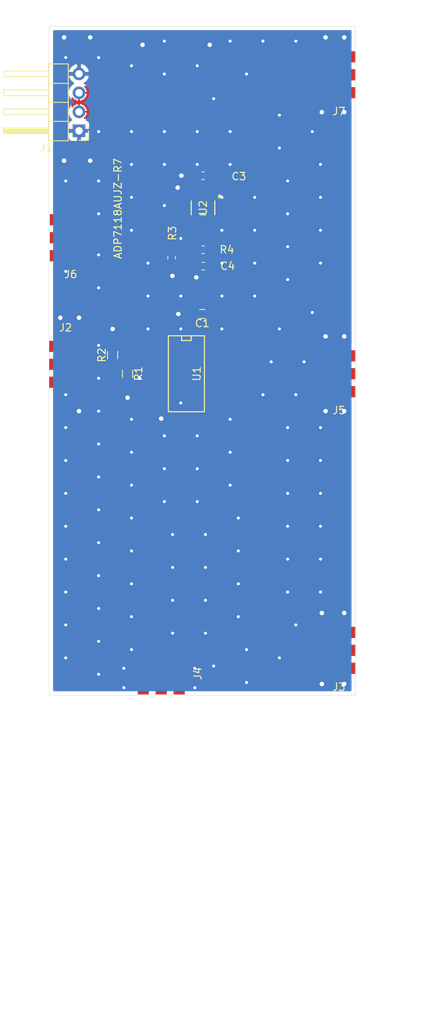
<source format=kicad_pcb>
(kicad_pcb (version 20171130) (host pcbnew "(5.1.5)-3")

  (general
    (thickness 1.6)
    (drawings 4)
    (tracks 241)
    (zones 0)
    (modules 16)
    (nets 12)
  )

  (page A4)
  (layers
    (0 F.Cu signal)
    (31 B.Cu signal hide)
    (32 B.Adhes user hide)
    (33 F.Adhes user hide)
    (34 B.Paste user hide)
    (35 F.Paste user hide)
    (36 B.SilkS user hide)
    (37 F.SilkS user)
    (38 B.Mask user hide)
    (39 F.Mask user)
    (40 Dwgs.User user hide)
    (41 Cmts.User user)
    (42 Eco1.User user hide)
    (43 Eco2.User user)
    (44 Edge.Cuts user)
    (45 Margin user)
    (46 B.CrtYd user)
    (47 F.CrtYd user)
    (48 B.Fab user)
    (49 F.Fab user)
  )

  (setup
    (last_trace_width 0.25)
    (user_trace_width 0.6)
    (user_trace_width 0.8)
    (user_trace_width 1)
    (user_trace_width 1.2)
    (trace_clearance 0.2)
    (zone_clearance 0.3)
    (zone_45_only no)
    (trace_min 0.2)
    (via_size 0.8)
    (via_drill 0.4)
    (via_min_size 0.4)
    (via_min_drill 0.3)
    (user_via 1 0.6)
    (uvia_size 0.3)
    (uvia_drill 0.1)
    (uvias_allowed no)
    (uvia_min_size 0.2)
    (uvia_min_drill 0.1)
    (edge_width 0.05)
    (segment_width 0.2)
    (pcb_text_width 0.3)
    (pcb_text_size 1.5 1.5)
    (mod_edge_width 0.12)
    (mod_text_size 1 1)
    (mod_text_width 0.15)
    (pad_size 5 1.5)
    (pad_drill 0)
    (pad_to_mask_clearance 0.051)
    (solder_mask_min_width 0.25)
    (aux_axis_origin 0 0)
    (visible_elements 7FFFFFFF)
    (pcbplotparams
      (layerselection 0x010c0_ffffffff)
      (usegerberextensions false)
      (usegerberattributes false)
      (usegerberadvancedattributes false)
      (creategerberjobfile false)
      (excludeedgelayer true)
      (linewidth 0.600000)
      (plotframeref false)
      (viasonmask false)
      (mode 1)
      (useauxorigin false)
      (hpglpennumber 1)
      (hpglpenspeed 20)
      (hpglpendiameter 15.000000)
      (psnegative false)
      (psa4output false)
      (plotreference true)
      (plotvalue true)
      (plotinvisibletext false)
      (padsonsilk false)
      (subtractmaskfromsilk false)
      (outputformat 1)
      (mirror false)
      (drillshape 0)
      (scaleselection 1)
      (outputdirectory "clk_dist_3out/"))
  )

  (net 0 "")
  (net 1 GND)
  (net 2 +6V)
  (net 3 "Net-(J2-Pad1)")
  (net 4 "Net-(J3-Pad1)")
  (net 5 "Net-(J5-Pad1)")
  (net 6 "Net-(J7-Pad1)")
  (net 7 VCC)
  (net 8 "Net-(R3-Pad1)")
  (net 9 "Net-(J4-Pad1)")
  (net 10 "Net-(J6-Pad1)")
  (net 11 "Net-(U1-Pad1)")

  (net_class Default "This is the default net class."
    (clearance 0.2)
    (trace_width 0.25)
    (via_dia 0.8)
    (via_drill 0.4)
    (uvia_dia 0.3)
    (uvia_drill 0.1)
    (add_net +6V)
    (add_net GND)
    (add_net "Net-(J2-Pad1)")
    (add_net "Net-(J3-Pad1)")
    (add_net "Net-(J4-Pad1)")
    (add_net "Net-(J5-Pad1)")
    (add_net "Net-(J6-Pad1)")
    (add_net "Net-(J7-Pad1)")
    (add_net "Net-(R3-Pad1)")
    (add_net "Net-(U1-Pad1)")
    (add_net VCC)
  )

  (module Capacitors_SMD:C_0603_HandSoldering (layer F.Cu) (tedit 5FB7DBBB) (tstamp 5FB7AAE7)
    (at 142 92 180)
    (descr "Capacitor SMD 0603, hand soldering")
    (tags "capacitor 0603")
    (path /5FBA48A8)
    (attr smd)
    (fp_text reference C1 (at 0 -1.25) (layer F.SilkS)
      (effects (font (size 1 1) (thickness 0.15)))
    )
    (fp_text value 100n (at 0 1.5) (layer F.Fab)
      (effects (font (size 1 1) (thickness 0.15)))
    )
    (fp_line (start 1.8 0.65) (end -1.8 0.65) (layer F.CrtYd) (width 0.05))
    (fp_line (start 1.8 0.65) (end 1.8 -0.65) (layer F.CrtYd) (width 0.05))
    (fp_line (start -1.8 -0.65) (end -1.8 0.65) (layer F.CrtYd) (width 0.05))
    (fp_line (start -1.8 -0.65) (end 1.8 -0.65) (layer F.CrtYd) (width 0.05))
    (fp_line (start 0.35 0.6) (end -0.35 0.6) (layer F.SilkS) (width 0.12))
    (fp_line (start -0.35 -0.6) (end 0.35 -0.6) (layer F.SilkS) (width 0.12))
    (fp_line (start -0.8 -0.4) (end 0.8 -0.4) (layer F.Fab) (width 0.1))
    (fp_line (start 0.8 -0.4) (end 0.8 0.4) (layer F.Fab) (width 0.1))
    (fp_line (start 0.8 0.4) (end -0.8 0.4) (layer F.Fab) (width 0.1))
    (fp_line (start -0.8 0.4) (end -0.8 -0.4) (layer F.Fab) (width 0.1))
    (fp_text user %R (at 0 -1.25) (layer F.Fab)
      (effects (font (size 1 1) (thickness 0.15)))
    )
    (pad 2 smd rect (at 0.95 0 180) (size 1.2 0.75) (layers F.Cu F.Paste F.Mask)
      (net 1 GND))
    (pad 1 smd rect (at -0.95 0 180) (size 1.2 0.75) (layers F.Cu F.Paste F.Mask)
      (net 7 VCC))
    (model Capacitors_SMD.3dshapes/C_0603.wrl
      (at (xyz 0 0 0))
      (scale (xyz 1 1 1))
      (rotate (xyz 0 0 0))
    )
  )

  (module Pin_Headers:Pin_Header_Angled_1x04_Pitch2.54mm (layer F.Cu) (tedit 59650532) (tstamp 5FB7AB34)
    (at 125.5 67.5 180)
    (descr "Through hole angled pin header, 1x04, 2.54mm pitch, 6mm pin length, single row")
    (tags "Through hole angled pin header THT 1x04 2.54mm single row")
    (path /5FBA64DC)
    (fp_text reference J1 (at 4.385 -2.27) (layer F.SilkS)
      (effects (font (size 1 1) (thickness 0.15)))
    )
    (fp_text value Conn_01x04 (at 4.385 9.89) (layer F.Fab)
      (effects (font (size 1 1) (thickness 0.15)))
    )
    (fp_line (start 10.55 -1.8) (end -1.8 -1.8) (layer F.CrtYd) (width 0.05))
    (fp_line (start 10.55 9.4) (end 10.55 -1.8) (layer F.CrtYd) (width 0.05))
    (fp_line (start -1.8 9.4) (end 10.55 9.4) (layer F.CrtYd) (width 0.05))
    (fp_line (start -1.8 -1.8) (end -1.8 9.4) (layer F.CrtYd) (width 0.05))
    (fp_line (start -1.27 -1.27) (end 0 -1.27) (layer F.SilkS) (width 0.12))
    (fp_line (start -1.27 0) (end -1.27 -1.27) (layer F.SilkS) (width 0.12))
    (fp_line (start 1.042929 8) (end 1.44 8) (layer F.SilkS) (width 0.12))
    (fp_line (start 1.042929 7.24) (end 1.44 7.24) (layer F.SilkS) (width 0.12))
    (fp_line (start 10.1 8) (end 4.1 8) (layer F.SilkS) (width 0.12))
    (fp_line (start 10.1 7.24) (end 10.1 8) (layer F.SilkS) (width 0.12))
    (fp_line (start 4.1 7.24) (end 10.1 7.24) (layer F.SilkS) (width 0.12))
    (fp_line (start 1.44 6.35) (end 4.1 6.35) (layer F.SilkS) (width 0.12))
    (fp_line (start 1.042929 5.46) (end 1.44 5.46) (layer F.SilkS) (width 0.12))
    (fp_line (start 1.042929 4.7) (end 1.44 4.7) (layer F.SilkS) (width 0.12))
    (fp_line (start 10.1 5.46) (end 4.1 5.46) (layer F.SilkS) (width 0.12))
    (fp_line (start 10.1 4.7) (end 10.1 5.46) (layer F.SilkS) (width 0.12))
    (fp_line (start 4.1 4.7) (end 10.1 4.7) (layer F.SilkS) (width 0.12))
    (fp_line (start 1.44 3.81) (end 4.1 3.81) (layer F.SilkS) (width 0.12))
    (fp_line (start 1.042929 2.92) (end 1.44 2.92) (layer F.SilkS) (width 0.12))
    (fp_line (start 1.042929 2.16) (end 1.44 2.16) (layer F.SilkS) (width 0.12))
    (fp_line (start 10.1 2.92) (end 4.1 2.92) (layer F.SilkS) (width 0.12))
    (fp_line (start 10.1 2.16) (end 10.1 2.92) (layer F.SilkS) (width 0.12))
    (fp_line (start 4.1 2.16) (end 10.1 2.16) (layer F.SilkS) (width 0.12))
    (fp_line (start 1.44 1.27) (end 4.1 1.27) (layer F.SilkS) (width 0.12))
    (fp_line (start 1.11 0.38) (end 1.44 0.38) (layer F.SilkS) (width 0.12))
    (fp_line (start 1.11 -0.38) (end 1.44 -0.38) (layer F.SilkS) (width 0.12))
    (fp_line (start 4.1 0.28) (end 10.1 0.28) (layer F.SilkS) (width 0.12))
    (fp_line (start 4.1 0.16) (end 10.1 0.16) (layer F.SilkS) (width 0.12))
    (fp_line (start 4.1 0.04) (end 10.1 0.04) (layer F.SilkS) (width 0.12))
    (fp_line (start 4.1 -0.08) (end 10.1 -0.08) (layer F.SilkS) (width 0.12))
    (fp_line (start 4.1 -0.2) (end 10.1 -0.2) (layer F.SilkS) (width 0.12))
    (fp_line (start 4.1 -0.32) (end 10.1 -0.32) (layer F.SilkS) (width 0.12))
    (fp_line (start 10.1 0.38) (end 4.1 0.38) (layer F.SilkS) (width 0.12))
    (fp_line (start 10.1 -0.38) (end 10.1 0.38) (layer F.SilkS) (width 0.12))
    (fp_line (start 4.1 -0.38) (end 10.1 -0.38) (layer F.SilkS) (width 0.12))
    (fp_line (start 4.1 -1.33) (end 1.44 -1.33) (layer F.SilkS) (width 0.12))
    (fp_line (start 4.1 8.95) (end 4.1 -1.33) (layer F.SilkS) (width 0.12))
    (fp_line (start 1.44 8.95) (end 4.1 8.95) (layer F.SilkS) (width 0.12))
    (fp_line (start 1.44 -1.33) (end 1.44 8.95) (layer F.SilkS) (width 0.12))
    (fp_line (start 4.04 7.94) (end 10.04 7.94) (layer F.Fab) (width 0.1))
    (fp_line (start 10.04 7.3) (end 10.04 7.94) (layer F.Fab) (width 0.1))
    (fp_line (start 4.04 7.3) (end 10.04 7.3) (layer F.Fab) (width 0.1))
    (fp_line (start -0.32 7.94) (end 1.5 7.94) (layer F.Fab) (width 0.1))
    (fp_line (start -0.32 7.3) (end -0.32 7.94) (layer F.Fab) (width 0.1))
    (fp_line (start -0.32 7.3) (end 1.5 7.3) (layer F.Fab) (width 0.1))
    (fp_line (start 4.04 5.4) (end 10.04 5.4) (layer F.Fab) (width 0.1))
    (fp_line (start 10.04 4.76) (end 10.04 5.4) (layer F.Fab) (width 0.1))
    (fp_line (start 4.04 4.76) (end 10.04 4.76) (layer F.Fab) (width 0.1))
    (fp_line (start -0.32 5.4) (end 1.5 5.4) (layer F.Fab) (width 0.1))
    (fp_line (start -0.32 4.76) (end -0.32 5.4) (layer F.Fab) (width 0.1))
    (fp_line (start -0.32 4.76) (end 1.5 4.76) (layer F.Fab) (width 0.1))
    (fp_line (start 4.04 2.86) (end 10.04 2.86) (layer F.Fab) (width 0.1))
    (fp_line (start 10.04 2.22) (end 10.04 2.86) (layer F.Fab) (width 0.1))
    (fp_line (start 4.04 2.22) (end 10.04 2.22) (layer F.Fab) (width 0.1))
    (fp_line (start -0.32 2.86) (end 1.5 2.86) (layer F.Fab) (width 0.1))
    (fp_line (start -0.32 2.22) (end -0.32 2.86) (layer F.Fab) (width 0.1))
    (fp_line (start -0.32 2.22) (end 1.5 2.22) (layer F.Fab) (width 0.1))
    (fp_line (start 4.04 0.32) (end 10.04 0.32) (layer F.Fab) (width 0.1))
    (fp_line (start 10.04 -0.32) (end 10.04 0.32) (layer F.Fab) (width 0.1))
    (fp_line (start 4.04 -0.32) (end 10.04 -0.32) (layer F.Fab) (width 0.1))
    (fp_line (start -0.32 0.32) (end 1.5 0.32) (layer F.Fab) (width 0.1))
    (fp_line (start -0.32 -0.32) (end -0.32 0.32) (layer F.Fab) (width 0.1))
    (fp_line (start -0.32 -0.32) (end 1.5 -0.32) (layer F.Fab) (width 0.1))
    (fp_line (start 1.5 -0.635) (end 2.135 -1.27) (layer F.Fab) (width 0.1))
    (fp_line (start 1.5 8.89) (end 1.5 -0.635) (layer F.Fab) (width 0.1))
    (fp_line (start 4.04 8.89) (end 1.5 8.89) (layer F.Fab) (width 0.1))
    (fp_line (start 4.04 -1.27) (end 4.04 8.89) (layer F.Fab) (width 0.1))
    (fp_line (start 2.135 -1.27) (end 4.04 -1.27) (layer F.Fab) (width 0.1))
    (fp_text user %R (at 2.77 3.81 90) (layer F.Fab)
      (effects (font (size 1 1) (thickness 0.15)))
    )
    (pad 4 thru_hole oval (at 0 7.62 180) (size 1.7 1.7) (drill 1) (layers *.Cu *.Mask)
      (net 1 GND))
    (pad 3 thru_hole oval (at 0 5.08 180) (size 1.7 1.7) (drill 1) (layers *.Cu *.Mask)
      (net 2 +6V))
    (pad 2 thru_hole oval (at 0 2.54 180) (size 1.7 1.7) (drill 1) (layers *.Cu *.Mask)
      (net 2 +6V))
    (pad 1 thru_hole rect (at 0 0 180) (size 1.7 1.7) (drill 1) (layers *.Cu *.Mask)
      (net 1 GND))
    (model ${KISYS3DMOD}/Pin_Headers.3dshapes/Pin_Header_Angled_1x04_Pitch2.54mm.wrl
      (at (xyz 0 0 0))
      (scale (xyz 1 1 1))
      (rotate (xyz 0 0 0))
    )
  )

  (module wireless:SMA_end_RS_170-6954 (layer F.Cu) (tedit 5E55613F) (tstamp 5FB7AB3B)
    (at 124 98.73 180)
    (path /5FB9CACB)
    (fp_text reference J2 (at 0.3 4.9) (layer F.SilkS)
      (effects (font (size 1 1) (thickness 0.15)))
    )
    (fp_text value SMA (at 0 -4.8) (layer F.Fab)
      (effects (font (size 1 1) (thickness 0.15)))
    )
    (pad 1 smd rect (at 0 0 180) (size 5 1.5) (layers F.Cu F.Paste F.Mask)
      (net 3 "Net-(J2-Pad1)"))
    (pad 2 smd rect (at 0 -2.4 180) (size 5 1.5) (layers F.Cu F.Paste F.Mask)
      (net 1 GND))
    (pad 2 smd rect (at 0 2.4 180) (size 5 1.5) (layers F.Cu F.Paste F.Mask)
      (net 1 GND))
  )

  (module wireless:SMA_end_RS_170-6954 (layer F.Cu) (tedit 5FFC7BD0) (tstamp 5FB7AB42)
    (at 160 137)
    (path /5FB9D458)
    (fp_text reference J3 (at 0.3 4.9) (layer F.SilkS)
      (effects (font (size 1 1) (thickness 0.15)))
    )
    (fp_text value SMA (at 0 -4.8) (layer F.Fab)
      (effects (font (size 1 1) (thickness 0.15)))
    )
    (pad 2 smd rect (at 0 2.4) (size 5 1.5) (layers F.Cu F.Paste F.Mask)
      (net 1 GND))
    (pad 2 smd rect (at 0 -2.4) (size 5 1.5) (layers F.Cu F.Paste F.Mask)
      (net 1 GND))
    (pad 1 smd rect (at 0 0) (size 5 1.5) (layers F.Cu F.Paste F.Mask)
      (net 4 "Net-(J3-Pad1)"))
  )

  (module wireless:SMA_end_RS_170-6954 (layer F.Cu) (tedit 5FFC7BC5) (tstamp 5FB7AB50)
    (at 160 100)
    (path /5FB9E3A1)
    (fp_text reference J5 (at 0.3 4.9) (layer F.SilkS)
      (effects (font (size 1 1) (thickness 0.15)))
    )
    (fp_text value SMA (at 0 -4.8) (layer F.Fab)
      (effects (font (size 1 1) (thickness 0.15)))
    )
    (pad 2 smd rect (at 0 2.4) (size 5 1.5) (layers F.Cu F.Paste F.Mask)
      (net 1 GND))
    (pad 2 smd rect (at 0 -2.4) (size 5 1.5) (layers F.Cu F.Paste F.Mask)
      (net 1 GND))
    (pad 1 smd rect (at 0 0) (size 5 1.5) (layers F.Cu F.Paste F.Mask)
      (net 5 "Net-(J5-Pad1)"))
  )

  (module wireless:SMA_end_RS_170-6954 (layer F.Cu) (tedit 5E55613F) (tstamp 5FB7AB5E)
    (at 160 60)
    (path /5FB9EB66)
    (fp_text reference J7 (at 0.3 4.9) (layer F.SilkS)
      (effects (font (size 1 1) (thickness 0.15)))
    )
    (fp_text value SMA (at 0 -4.8) (layer F.Fab)
      (effects (font (size 1 1) (thickness 0.15)))
    )
    (pad 2 smd rect (at 0 2.4) (size 5 1.5) (layers F.Cu F.Paste F.Mask)
      (net 1 GND))
    (pad 2 smd rect (at 0 -2.4) (size 5 1.5) (layers F.Cu F.Paste F.Mask)
      (net 1 GND))
    (pad 1 smd rect (at 0 0) (size 5 1.5) (layers F.Cu F.Paste F.Mask)
      (net 6 "Net-(J7-Pad1)"))
  )

  (module SMD_Packages:SOIC-14_N (layer F.Cu) (tedit 5FB7DA3C) (tstamp 5FB7AE3E)
    (at 140 100 270)
    (descr "Module CMS SOJ 14 pins Large")
    (tags "CMS SOJ")
    (path /5FB8CA6C)
    (attr smd)
    (fp_text reference U1 (at 0 -1.27 90) (layer F.SilkS)
      (effects (font (size 1 1) (thickness 0.15)))
    )
    (fp_text value 74HC04 (at 0 1.27 270) (layer F.Fab)
      (effects (font (size 1 1) (thickness 0.15)))
    )
    (fp_line (start -4.445 0.762) (end -5.08 0.762) (layer F.SilkS) (width 0.15))
    (fp_line (start -4.445 -0.508) (end -4.445 0.762) (layer F.SilkS) (width 0.15))
    (fp_line (start -5.08 -0.508) (end -4.445 -0.508) (layer F.SilkS) (width 0.15))
    (fp_line (start -5.08 -2.286) (end 5.08 -2.286) (layer F.SilkS) (width 0.15))
    (fp_line (start -5.08 2.54) (end -5.08 -2.286) (layer F.SilkS) (width 0.15))
    (fp_line (start 5.08 2.54) (end -5.08 2.54) (layer F.SilkS) (width 0.15))
    (fp_line (start 5.08 -2.286) (end 5.08 2.54) (layer F.SilkS) (width 0.15))
    (pad 10 smd rect (at 1.27 -3.048 270) (size 0.508 1.5) (layers F.Cu F.Paste F.Mask)
      (net 5 "Net-(J5-Pad1)"))
    (pad 14 smd rect (at -3.81 -3.048 270) (size 0.508 2) (layers F.Cu F.Paste F.Mask)
      (net 7 VCC))
    (pad 13 smd rect (at -2.54 -3.048 270) (size 0.508 2) (layers F.Cu F.Paste F.Mask)
      (net 11 "Net-(U1-Pad1)"))
    (pad 12 smd rect (at -1.27 -3.048 270) (size 0.508 2) (layers F.Cu F.Paste F.Mask)
      (net 6 "Net-(J7-Pad1)"))
    (pad 11 smd rect (at 0 -3.048 270) (size 0.508 2) (layers F.Cu F.Paste F.Mask)
      (net 11 "Net-(U1-Pad1)"))
    (pad 9 smd rect (at 2.54 -3.048 270) (size 0.508 2) (layers F.Cu F.Paste F.Mask)
      (net 11 "Net-(U1-Pad1)"))
    (pad 8 smd rect (at 3.81 -3.048 270) (size 0.508 2) (layers F.Cu F.Paste F.Mask)
      (net 4 "Net-(J3-Pad1)"))
    (pad 7 smd rect (at 3.81 3.302 270) (size 0.508 2) (layers F.Cu F.Paste F.Mask)
      (net 1 GND))
    (pad 6 smd rect (at 2.54 3.302 270) (size 0.508 2) (layers F.Cu F.Paste F.Mask)
      (net 9 "Net-(J4-Pad1)"))
    (pad 5 smd rect (at 1.27 3.302 270) (size 0.508 2) (layers F.Cu F.Paste F.Mask)
      (net 11 "Net-(U1-Pad1)"))
    (pad 4 smd rect (at 0 3.302 270) (size 0.508 2) (layers F.Cu F.Paste F.Mask)
      (net 11 "Net-(U1-Pad1)"))
    (pad 3 smd rect (at -1.27 3.302 270) (size 0.508 2) (layers F.Cu F.Paste F.Mask)
      (net 3 "Net-(J2-Pad1)"))
    (pad 2 smd rect (at -2.54 3.302 270) (size 0.508 2) (layers F.Cu F.Paste F.Mask)
      (net 10 "Net-(J6-Pad1)"))
    (pad 1 smd rect (at -3.81 3.302 270) (size 0.508 2) (layers F.Cu F.Paste F.Mask)
      (net 11 "Net-(U1-Pad1)"))
    (model SMD_Packages.3dshapes/SOIC-14_N.wrl
      (at (xyz 0 0 0))
      (scale (xyz 0.5 0.4 0.5))
      (rotate (xyz 0 0 0))
    )
  )

  (module Resistors_SMD:R_0603_HandSoldering (layer F.Cu) (tedit 58E0A804) (tstamp 5FB7D2E6)
    (at 132 100 270)
    (descr "Resistor SMD 0603, hand soldering")
    (tags "resistor 0603")
    (path /5FBBB427)
    (attr smd)
    (fp_text reference R1 (at 0 -1.45 90) (layer F.SilkS)
      (effects (font (size 1 1) (thickness 0.15)))
    )
    (fp_text value 50R (at 3.9 -0.3 90) (layer F.Fab)
      (effects (font (size 1 1) (thickness 0.15)))
    )
    (fp_line (start -0.8 0.4) (end -0.8 -0.4) (layer F.Fab) (width 0.1))
    (fp_line (start 0.8 0.4) (end -0.8 0.4) (layer F.Fab) (width 0.1))
    (fp_line (start 0.8 -0.4) (end 0.8 0.4) (layer F.Fab) (width 0.1))
    (fp_line (start -0.8 -0.4) (end 0.8 -0.4) (layer F.Fab) (width 0.1))
    (fp_line (start 0.5 0.68) (end -0.5 0.68) (layer F.SilkS) (width 0.12))
    (fp_line (start -0.5 -0.68) (end 0.5 -0.68) (layer F.SilkS) (width 0.12))
    (fp_line (start -1.96 -0.7) (end 1.95 -0.7) (layer F.CrtYd) (width 0.05))
    (fp_line (start -1.96 -0.7) (end -1.96 0.7) (layer F.CrtYd) (width 0.05))
    (fp_line (start 1.95 0.7) (end 1.95 -0.7) (layer F.CrtYd) (width 0.05))
    (fp_line (start 1.95 0.7) (end -1.96 0.7) (layer F.CrtYd) (width 0.05))
    (fp_text user %R (at 0 0 90) (layer F.Fab)
      (effects (font (size 0.4 0.4) (thickness 0.075)))
    )
    (pad 1 smd rect (at -1.1 0 270) (size 1.2 0.9) (layers F.Cu F.Paste F.Mask)
      (net 3 "Net-(J2-Pad1)"))
    (pad 2 smd rect (at 1.1 0 270) (size 1.2 0.9) (layers F.Cu F.Paste F.Mask)
      (net 1 GND))
    (model ${KISYS3DMOD}/Resistors_SMD.3dshapes/R_0603.wrl
      (at (xyz 0 0 0))
      (scale (xyz 1 1 1))
      (rotate (xyz 0 0 0))
    )
  )

  (module Resistors_SMD:R_0603_HandSoldering (layer F.Cu) (tedit 58E0A804) (tstamp 5FB7D2F7)
    (at 130 97.5 90)
    (descr "Resistor SMD 0603, hand soldering")
    (tags "resistor 0603")
    (path /5FBB9AB3)
    (attr smd)
    (fp_text reference R2 (at 0 -1.45 90) (layer F.SilkS)
      (effects (font (size 1 1) (thickness 0.15)))
    )
    (fp_text value 50R (at 4.3 -0.1 90) (layer F.Fab)
      (effects (font (size 1 1) (thickness 0.15)))
    )
    (fp_line (start 1.95 0.7) (end -1.96 0.7) (layer F.CrtYd) (width 0.05))
    (fp_line (start 1.95 0.7) (end 1.95 -0.7) (layer F.CrtYd) (width 0.05))
    (fp_line (start -1.96 -0.7) (end -1.96 0.7) (layer F.CrtYd) (width 0.05))
    (fp_line (start -1.96 -0.7) (end 1.95 -0.7) (layer F.CrtYd) (width 0.05))
    (fp_line (start -0.5 -0.68) (end 0.5 -0.68) (layer F.SilkS) (width 0.12))
    (fp_line (start 0.5 0.68) (end -0.5 0.68) (layer F.SilkS) (width 0.12))
    (fp_line (start -0.8 -0.4) (end 0.8 -0.4) (layer F.Fab) (width 0.1))
    (fp_line (start 0.8 -0.4) (end 0.8 0.4) (layer F.Fab) (width 0.1))
    (fp_line (start 0.8 0.4) (end -0.8 0.4) (layer F.Fab) (width 0.1))
    (fp_line (start -0.8 0.4) (end -0.8 -0.4) (layer F.Fab) (width 0.1))
    (fp_text user %R (at 0 0 90) (layer F.Fab)
      (effects (font (size 0.4 0.4) (thickness 0.075)))
    )
    (pad 2 smd rect (at 1.1 0 90) (size 1.2 0.9) (layers F.Cu F.Paste F.Mask)
      (net 1 GND))
    (pad 1 smd rect (at -1.1 0 90) (size 1.2 0.9) (layers F.Cu F.Paste F.Mask)
      (net 3 "Net-(J2-Pad1)"))
    (model ${KISYS3DMOD}/Resistors_SMD.3dshapes/R_0603.wrl
      (at (xyz 0 0 0))
      (scale (xyz 1 1 1))
      (rotate (xyz 0 0 0))
    )
  )

  (module Capacitor_SMD:C_0603_1608Metric_Pad1.05x0.95mm_HandSolder (layer F.Cu) (tedit 5B301BBE) (tstamp 5FBBF908)
    (at 142.1 73.5 180)
    (descr "Capacitor SMD 0603 (1608 Metric), square (rectangular) end terminal, IPC_7351 nominal with elongated pad for handsoldering. (Body size source: http://www.tortai-tech.com/upload/download/2011102023233369053.pdf), generated with kicad-footprint-generator")
    (tags "capacitor handsolder")
    (path /5FBD1BF1)
    (attr smd)
    (fp_text reference C3 (at -4.8 -0.1) (layer F.SilkS)
      (effects (font (size 1 1) (thickness 0.15)))
    )
    (fp_text value 2u2 (at 0 1.43) (layer F.Fab)
      (effects (font (size 1 1) (thickness 0.15)))
    )
    (fp_line (start -0.8 0.4) (end -0.8 -0.4) (layer F.Fab) (width 0.1))
    (fp_line (start -0.8 -0.4) (end 0.8 -0.4) (layer F.Fab) (width 0.1))
    (fp_line (start 0.8 -0.4) (end 0.8 0.4) (layer F.Fab) (width 0.1))
    (fp_line (start 0.8 0.4) (end -0.8 0.4) (layer F.Fab) (width 0.1))
    (fp_line (start -0.171267 -0.51) (end 0.171267 -0.51) (layer F.SilkS) (width 0.12))
    (fp_line (start -0.171267 0.51) (end 0.171267 0.51) (layer F.SilkS) (width 0.12))
    (fp_line (start -1.65 0.73) (end -1.65 -0.73) (layer F.CrtYd) (width 0.05))
    (fp_line (start -1.65 -0.73) (end 1.65 -0.73) (layer F.CrtYd) (width 0.05))
    (fp_line (start 1.65 -0.73) (end 1.65 0.73) (layer F.CrtYd) (width 0.05))
    (fp_line (start 1.65 0.73) (end -1.65 0.73) (layer F.CrtYd) (width 0.05))
    (fp_text user %R (at 0.675 0.1) (layer F.Fab)
      (effects (font (size 0.4 0.4) (thickness 0.06)))
    )
    (pad 1 smd roundrect (at -0.875 0 180) (size 1.05 0.95) (layers F.Cu F.Paste F.Mask) (roundrect_rratio 0.25)
      (net 2 +6V))
    (pad 2 smd roundrect (at 0.875 0 180) (size 1.05 0.95) (layers F.Cu F.Paste F.Mask) (roundrect_rratio 0.25)
      (net 1 GND))
    (model ${KISYS3DMOD}/Capacitor_SMD.3dshapes/C_0603_1608Metric.wrl
      (at (xyz 0 0 0))
      (scale (xyz 1 1 1))
      (rotate (xyz 0 0 0))
    )
  )

  (module Capacitor_SMD:C_0603_1608Metric_Pad1.05x0.95mm_HandSolder (layer F.Cu) (tedit 5B301BBE) (tstamp 5FBBF919)
    (at 142.125 85.6 180)
    (descr "Capacitor SMD 0603 (1608 Metric), square (rectangular) end terminal, IPC_7351 nominal with elongated pad for handsoldering. (Body size source: http://www.tortai-tech.com/upload/download/2011102023233369053.pdf), generated with kicad-footprint-generator")
    (tags "capacitor handsolder")
    (path /5FBD238E)
    (attr smd)
    (fp_text reference C4 (at -3.275 0) (layer F.SilkS)
      (effects (font (size 1 1) (thickness 0.15)))
    )
    (fp_text value 2u2 (at -6.575 0) (layer F.Fab)
      (effects (font (size 1 1) (thickness 0.15)))
    )
    (fp_line (start 1.65 0.73) (end -1.65 0.73) (layer F.CrtYd) (width 0.05))
    (fp_line (start 1.65 -0.73) (end 1.65 0.73) (layer F.CrtYd) (width 0.05))
    (fp_line (start -1.65 -0.73) (end 1.65 -0.73) (layer F.CrtYd) (width 0.05))
    (fp_line (start -1.65 0.73) (end -1.65 -0.73) (layer F.CrtYd) (width 0.05))
    (fp_line (start -0.171267 0.51) (end 0.171267 0.51) (layer F.SilkS) (width 0.12))
    (fp_line (start -0.171267 -0.51) (end 0.171267 -0.51) (layer F.SilkS) (width 0.12))
    (fp_line (start 0.8 0.4) (end -0.8 0.4) (layer F.Fab) (width 0.1))
    (fp_line (start 0.8 -0.4) (end 0.8 0.4) (layer F.Fab) (width 0.1))
    (fp_line (start -0.8 -0.4) (end 0.8 -0.4) (layer F.Fab) (width 0.1))
    (fp_line (start -0.8 0.4) (end -0.8 -0.4) (layer F.Fab) (width 0.1))
    (fp_text user %R (at -0.135001 -0.355001) (layer F.Fab)
      (effects (font (size 0.4 0.4) (thickness 0.06)))
    )
    (pad 2 smd roundrect (at 0.875 0 180) (size 1.05 0.95) (layers F.Cu F.Paste F.Mask) (roundrect_rratio 0.25)
      (net 1 GND))
    (pad 1 smd roundrect (at -0.875 0 180) (size 1.05 0.95) (layers F.Cu F.Paste F.Mask) (roundrect_rratio 0.25)
      (net 7 VCC))
    (model ${KISYS3DMOD}/Capacitor_SMD.3dshapes/C_0603_1608Metric.wrl
      (at (xyz 0 0 0))
      (scale (xyz 1 1 1))
      (rotate (xyz 0 0 0))
    )
  )

  (module Resistor_SMD:R_0603_1608Metric_Pad1.05x0.95mm_HandSolder (layer F.Cu) (tedit 5B301BBD) (tstamp 5FBBF92A)
    (at 137.9 84.475 270)
    (descr "Resistor SMD 0603 (1608 Metric), square (rectangular) end terminal, IPC_7351 nominal with elongated pad for handsoldering. (Body size source: http://www.tortai-tech.com/upload/download/2011102023233369053.pdf), generated with kicad-footprint-generator")
    (tags "resistor handsolder")
    (path /5FBD33F9)
    (attr smd)
    (fp_text reference R3 (at -3.275 -0.1 90) (layer F.SilkS)
      (effects (font (size 1 1) (thickness 0.15)))
    )
    (fp_text value 7k (at 0 1.43 90) (layer F.Fab)
      (effects (font (size 1 1) (thickness 0.15)))
    )
    (fp_line (start 1.65 0.73) (end -1.65 0.73) (layer F.CrtYd) (width 0.05))
    (fp_line (start 1.65 -0.73) (end 1.65 0.73) (layer F.CrtYd) (width 0.05))
    (fp_line (start -1.65 -0.73) (end 1.65 -0.73) (layer F.CrtYd) (width 0.05))
    (fp_line (start -1.65 0.73) (end -1.65 -0.73) (layer F.CrtYd) (width 0.05))
    (fp_line (start -0.171267 0.51) (end 0.171267 0.51) (layer F.SilkS) (width 0.12))
    (fp_line (start -0.171267 -0.51) (end 0.171267 -0.51) (layer F.SilkS) (width 0.12))
    (fp_line (start 0.8 0.4) (end -0.8 0.4) (layer F.Fab) (width 0.1))
    (fp_line (start 0.8 -0.4) (end 0.8 0.4) (layer F.Fab) (width 0.1))
    (fp_line (start -0.8 -0.4) (end 0.8 -0.4) (layer F.Fab) (width 0.1))
    (fp_line (start -0.8 0.4) (end -0.8 -0.4) (layer F.Fab) (width 0.1))
    (fp_text user %R (at 0 0 90) (layer F.Fab)
      (effects (font (size 0.4 0.4) (thickness 0.06)))
    )
    (pad 2 smd roundrect (at 0.875 0 270) (size 1.05 0.95) (layers F.Cu F.Paste F.Mask) (roundrect_rratio 0.25)
      (net 1 GND))
    (pad 1 smd roundrect (at -0.875 0 270) (size 1.05 0.95) (layers F.Cu F.Paste F.Mask) (roundrect_rratio 0.25)
      (net 8 "Net-(R3-Pad1)"))
    (model ${KISYS3DMOD}/Resistor_SMD.3dshapes/R_0603_1608Metric.wrl
      (at (xyz 0 0 0))
      (scale (xyz 1 1 1))
      (rotate (xyz 0 0 0))
    )
  )

  (module Resistor_SMD:R_0603_1608Metric_Pad1.05x0.95mm_HandSolder (layer F.Cu) (tedit 5B301BBD) (tstamp 5FBBF93B)
    (at 142.1 83.4 180)
    (descr "Resistor SMD 0603 (1608 Metric), square (rectangular) end terminal, IPC_7351 nominal with elongated pad for handsoldering. (Body size source: http://www.tortai-tech.com/upload/download/2011102023233369053.pdf), generated with kicad-footprint-generator")
    (tags "resistor handsolder")
    (path /5FBD2A0C)
    (attr smd)
    (fp_text reference R4 (at -3.2 0) (layer F.SilkS)
      (effects (font (size 1 1) (thickness 0.15)))
    )
    (fp_text value 20k (at -6.5 0.1) (layer F.Fab)
      (effects (font (size 1 1) (thickness 0.15)))
    )
    (fp_line (start -0.8 0.4) (end -0.8 -0.4) (layer F.Fab) (width 0.1))
    (fp_line (start -0.8 -0.4) (end 0.8 -0.4) (layer F.Fab) (width 0.1))
    (fp_line (start 0.8 -0.4) (end 0.8 0.4) (layer F.Fab) (width 0.1))
    (fp_line (start 0.8 0.4) (end -0.8 0.4) (layer F.Fab) (width 0.1))
    (fp_line (start -0.171267 -0.51) (end 0.171267 -0.51) (layer F.SilkS) (width 0.12))
    (fp_line (start -0.171267 0.51) (end 0.171267 0.51) (layer F.SilkS) (width 0.12))
    (fp_line (start -1.65 0.73) (end -1.65 -0.73) (layer F.CrtYd) (width 0.05))
    (fp_line (start -1.65 -0.73) (end 1.65 -0.73) (layer F.CrtYd) (width 0.05))
    (fp_line (start 1.65 -0.73) (end 1.65 0.73) (layer F.CrtYd) (width 0.05))
    (fp_line (start 1.65 0.73) (end -1.65 0.73) (layer F.CrtYd) (width 0.05))
    (fp_text user %R (at -0.075 0) (layer F.Fab)
      (effects (font (size 0.4 0.4) (thickness 0.06)))
    )
    (pad 1 smd roundrect (at -0.875 0 180) (size 1.05 0.95) (layers F.Cu F.Paste F.Mask) (roundrect_rratio 0.25)
      (net 7 VCC))
    (pad 2 smd roundrect (at 0.875 0 180) (size 1.05 0.95) (layers F.Cu F.Paste F.Mask) (roundrect_rratio 0.25)
      (net 8 "Net-(R3-Pad1)"))
    (model ${KISYS3DMOD}/Resistor_SMD.3dshapes/R_0603_1608Metric.wrl
      (at (xyz 0 0 0))
      (scale (xyz 1 1 1))
      (rotate (xyz 0 0 0))
    )
  )

  (module ADP7118AUJZR7:ADP7118AUJZ-R7 (layer F.Cu) (tedit 0) (tstamp 5FBBF974)
    (at 142.1 77.8 270)
    (path /5FBCE867)
    (fp_text reference U2 (at 0 0 90) (layer F.SilkS)
      (effects (font (size 1 1) (thickness 0.15)))
    )
    (fp_text value ADP7118AUJZ-R7 (at 0.1 11.4 90) (layer F.SilkS)
      (effects (font (size 1 1) (thickness 0.15)))
    )
    (fp_line (start -0.927 1.577) (end 0.927 1.577) (layer F.SilkS) (width 0.1524))
    (fp_line (start 0.927 0.387261) (end 0.927 -0.387261) (layer F.SilkS) (width 0.1524))
    (fp_line (start 0.927 -1.577) (end -0.927 -1.577) (layer F.SilkS) (width 0.1524))
    (fp_line (start -0.8 1.45) (end 0.8 1.45) (layer F.Fab) (width 0.1524))
    (fp_line (start 0.8 1.45) (end 0.8 -1.45) (layer F.Fab) (width 0.1524))
    (fp_line (start 0.8 -1.45) (end -0.8 -1.45) (layer F.Fab) (width 0.1524))
    (fp_line (start -0.8 -1.45) (end -0.8 1.45) (layer F.Fab) (width 0.1524))
    (fp_line (start -0.8 -0.7) (end -0.8 -1.2) (layer F.Fab) (width 0.1524))
    (fp_line (start -0.8 -1.2) (end -1.4 -1.2) (layer F.Fab) (width 0.1524))
    (fp_line (start -1.4 -1.2) (end -1.4 -0.7) (layer F.Fab) (width 0.1524))
    (fp_line (start -1.4 -0.7) (end -0.8 -0.7) (layer F.Fab) (width 0.1524))
    (fp_line (start -0.8 0.25) (end -0.8 -0.25) (layer F.Fab) (width 0.1524))
    (fp_line (start -0.8 -0.25) (end -1.4 -0.25) (layer F.Fab) (width 0.1524))
    (fp_line (start -1.4 -0.25) (end -1.4 0.25) (layer F.Fab) (width 0.1524))
    (fp_line (start -1.4 0.25) (end -0.8 0.25) (layer F.Fab) (width 0.1524))
    (fp_line (start -0.8 1.2) (end -0.8 0.7) (layer F.Fab) (width 0.1524))
    (fp_line (start -0.8 0.7) (end -1.4 0.7) (layer F.Fab) (width 0.1524))
    (fp_line (start -1.4 0.7) (end -1.4 1.2) (layer F.Fab) (width 0.1524))
    (fp_line (start -1.4 1.2) (end -0.8 1.2) (layer F.Fab) (width 0.1524))
    (fp_line (start 0.8 0.7) (end 0.8 1.2) (layer F.Fab) (width 0.1524))
    (fp_line (start 0.8 1.2) (end 1.4 1.2) (layer F.Fab) (width 0.1524))
    (fp_line (start 1.4 1.2) (end 1.4 0.7) (layer F.Fab) (width 0.1524))
    (fp_line (start 1.4 0.7) (end 0.8 0.7) (layer F.Fab) (width 0.1524))
    (fp_line (start 0.8 -1.2) (end 0.8 -0.7) (layer F.Fab) (width 0.1524))
    (fp_line (start 0.8 -0.7) (end 1.4 -0.7) (layer F.Fab) (width 0.1524))
    (fp_line (start 1.4 -0.7) (end 1.4 -1.2) (layer F.Fab) (width 0.1524))
    (fp_line (start 1.4 -1.2) (end 0.8 -1.2) (layer F.Fab) (width 0.1524))
    (fp_line (start -1.054 1.704) (end -1.054 1.434) (layer F.CrtYd) (width 0.1524))
    (fp_line (start -1.054 1.434) (end -2.003999 1.434) (layer F.CrtYd) (width 0.1524))
    (fp_line (start -2.003999 1.434) (end -2.003999 -1.434) (layer F.CrtYd) (width 0.1524))
    (fp_line (start -2.003999 -1.434) (end -1.054 -1.434) (layer F.CrtYd) (width 0.1524))
    (fp_line (start -1.054 -1.434) (end -1.054 -1.704) (layer F.CrtYd) (width 0.1524))
    (fp_line (start -1.054 -1.704) (end 1.054 -1.704) (layer F.CrtYd) (width 0.1524))
    (fp_line (start 1.054 -1.704) (end 1.054 -1.434) (layer F.CrtYd) (width 0.1524))
    (fp_line (start 1.054 -1.434) (end 2.003999 -1.434) (layer F.CrtYd) (width 0.1524))
    (fp_line (start 2.003999 -1.434) (end 2.003999 1.434) (layer F.CrtYd) (width 0.1524))
    (fp_line (start 2.003999 1.434) (end 1.054 1.434) (layer F.CrtYd) (width 0.1524))
    (fp_line (start 1.054 1.434) (end 1.054 1.704) (layer F.CrtYd) (width 0.1524))
    (fp_line (start 1.054 1.704) (end -1.054 1.704) (layer F.CrtYd) (width 0.1524))
    (fp_text user "Copyright 2016 Accelerated Designs. All rights reserved." (at 0 0 90) (layer Cmts.User)
      (effects (font (size 0.127 0.127) (thickness 0.002)))
    )
    (fp_text user * (at -1.529 -2.553 90) (layer F.SilkS)
      (effects (font (size 1 1) (thickness 0.15)))
    )
    (fp_text user * (at -0.546 -1.5878 90) (layer F.Fab)
      (effects (font (size 1 1) (thickness 0.15)))
    )
    (fp_text user 0.1in/2.55mm (at 0 -5.767999 90) (layer Dwgs.User)
      (effects (font (size 1 1) (thickness 0.15)))
    )
    (fp_text user 0.037in/0.95mm (at -4.323 -0.475 90) (layer Dwgs.User)
      (effects (font (size 1 1) (thickness 0.15)))
    )
    (fp_text user 0.037in/0.95mm (at -1.1 3.862999 90) (layer Dwgs.User)
      (effects (font (size 1 1) (thickness 0.15)))
    )
    (fp_text user * (at -0.546 -1.5878 90) (layer F.Fab)
      (effects (font (size 1 1) (thickness 0.15)))
    )
    (fp_text user * (at -1.529 -2.553 90) (layer F.SilkS)
      (effects (font (size 1 1) (thickness 0.15)))
    )
    (fp_arc (start 0 -1.45) (end 0.3048 -1.45) (angle 180) (layer F.Fab) (width 0.1524))
    (pad 1 smd rect (at -1.274999 -0.950001 270) (size 0.949999 0.46) (layers F.Cu F.Paste F.Mask)
      (net 2 +6V))
    (pad 2 smd rect (at -1.274999 0 270) (size 0.949999 0.46) (layers F.Cu F.Paste F.Mask)
      (net 1 GND))
    (pad 3 smd rect (at -1.274999 0.950001 270) (size 0.949999 0.46) (layers F.Cu F.Paste F.Mask)
      (net 2 +6V))
    (pad 4 smd rect (at 1.274999 0.950001 270) (size 0.949999 0.46) (layers F.Cu F.Paste F.Mask)
      (net 8 "Net-(R3-Pad1)"))
    (pad 5 smd rect (at 1.274999 -0.950001 270) (size 0.949999 0.46) (layers F.Cu F.Paste F.Mask)
      (net 7 VCC))
  )

  (module wireless:SMA_end_RS_170-6954 (layer F.Cu) (tedit 5E55613F) (tstamp 5FFCD226)
    (at 136.5 140.4 90)
    (path /5FFE9D11)
    (fp_text reference J4 (at 0.3 4.9 90) (layer F.SilkS)
      (effects (font (size 1 1) (thickness 0.15)))
    )
    (fp_text value SMA (at 0 -4.8 90) (layer F.Fab)
      (effects (font (size 1 1) (thickness 0.15)))
    )
    (pad 1 smd rect (at 0 0 90) (size 5 1.5) (layers F.Cu F.Paste F.Mask)
      (net 9 "Net-(J4-Pad1)"))
    (pad 2 smd rect (at 0 -2.4 90) (size 5 1.5) (layers F.Cu F.Paste F.Mask)
      (net 1 GND))
    (pad 2 smd rect (at 0 2.4 90) (size 5 1.5) (layers F.Cu F.Paste F.Mask)
      (net 1 GND))
  )

  (module wireless:SMA_end_RS_170-6954 (layer F.Cu) (tedit 5E55613F) (tstamp 600E2B42)
    (at 124.1 81.8)
    (path /600F4667)
    (fp_text reference J6 (at 0.3 4.9) (layer F.SilkS)
      (effects (font (size 1 1) (thickness 0.15)))
    )
    (fp_text value SMA (at 0 -4.8) (layer F.Fab)
      (effects (font (size 1 1) (thickness 0.15)))
    )
    (pad 1 smd rect (at 0 0) (size 5 1.5) (layers F.Cu F.Paste F.Mask)
      (net 10 "Net-(J6-Pad1)"))
    (pad 2 smd rect (at 0 -2.4) (size 5 1.5) (layers F.Cu F.Paste F.Mask)
      (net 1 GND))
    (pad 2 smd rect (at 0 2.4) (size 5 1.5) (layers F.Cu F.Paste F.Mask)
      (net 1 GND))
  )

  (gr_line (start 121.5 53.5) (end 162.5 53.5) (layer Edge.Cuts) (width 0.05) (tstamp 5FB7B62A))
  (gr_line (start 121.5 143) (end 121.5 53.5) (layer Edge.Cuts) (width 0.05))
  (gr_line (start 162.5 143) (end 121.5 143) (layer Edge.Cuts) (width 0.05))
  (gr_line (start 162.5 53.5) (end 162.5 143) (layer Edge.Cuts) (width 0.05))

  (via (at 161 65) (size 1) (drill 0.6) (layers F.Cu B.Cu) (net 1))
  (via (at 161 55) (size 1) (drill 0.6) (layers F.Cu B.Cu) (net 1))
  (via (at 158.5 55) (size 1) (drill 0.6) (layers F.Cu B.Cu) (net 1))
  (via (at 123.5 55) (size 1) (drill 0.6) (layers F.Cu B.Cu) (net 1))
  (via (at 127 55) (size 1) (drill 0.6) (layers F.Cu B.Cu) (net 1))
  (via (at 123.5 71.5) (size 1) (drill 0.6) (layers F.Cu B.Cu) (net 1))
  (via (at 127 71.5) (size 1) (drill 0.6) (layers F.Cu B.Cu) (net 1))
  (via (at 134 56) (size 1) (drill 0.6) (layers F.Cu B.Cu) (net 1))
  (via (at 143 56) (size 1) (drill 0.6) (layers F.Cu B.Cu) (net 1) (tstamp 5FB7D7F7))
  (via (at 123 92.5) (size 1) (drill 0.6) (layers F.Cu B.Cu) (net 1))
  (via (at 125.5 92.5) (size 1) (drill 0.6) (layers F.Cu B.Cu) (net 1))
  (via (at 161 141.5) (size 1) (drill 0.6) (layers F.Cu B.Cu) (net 1))
  (via (at 125.5 105) (size 1) (drill 0.6) (layers F.Cu B.Cu) (net 1))
  (via (at 158.5 95) (size 1) (drill 0.6) (layers F.Cu B.Cu) (net 1))
  (via (at 161 105) (size 1) (drill 0.6) (layers F.Cu B.Cu) (net 1))
  (via (at 158.5 105) (size 1) (drill 0.6) (layers F.Cu B.Cu) (net 1))
  (via (at 161 95) (size 1) (drill 0.6) (layers F.Cu B.Cu) (net 1))
  (via (at 161 132) (size 1) (drill 0.6) (layers F.Cu B.Cu) (net 1))
  (via (at 158 132) (size 1) (drill 0.6) (layers F.Cu B.Cu) (net 1))
  (via (at 158 141.5) (size 1) (drill 0.6) (layers F.Cu B.Cu) (net 1))
  (via (at 138.8 92) (size 1) (drill 0.6) (layers F.Cu B.Cu) (net 1))
  (via (at 132 103.2) (size 1) (drill 0.6) (layers F.Cu B.Cu) (net 1))
  (via (at 130 94) (size 1) (drill 0.6) (layers F.Cu B.Cu) (net 1))
  (via (at 136.5 106) (size 1) (drill 0.6) (layers F.Cu B.Cu) (net 1))
  (via (at 158 65) (size 1) (drill 0.6) (layers F.Cu B.Cu) (net 1))
  (via (at 139.2 73.5) (size 1) (drill 0.6) (layers F.Cu B.Cu) (net 1))
  (via (at 138.7 75.1) (size 1) (drill 0.6) (layers F.Cu B.Cu) (net 1))
  (segment (start 141.6 75.1) (end 139.5 75.1) (width 0.6) (layer F.Cu) (net 1))
  (segment (start 141.225 73.5) (end 139.2 73.5) (width 0.6) (layer F.Cu) (net 1) (status 10))
  (via (at 138 86.9) (size 1) (drill 0.6) (layers F.Cu B.Cu) (net 1) (status 30))
  (via (at 141.2 87.1) (size 1) (drill 0.6) (layers F.Cu B.Cu) (net 1) (status 30))
  (via (at 131.5 142) (size 0.8) (drill 0.4) (layers F.Cu B.Cu) (net 1))
  (via (at 131.5 139.4) (size 0.8) (drill 0.4) (layers F.Cu B.Cu) (net 1))
  (via (at 141 139.4) (size 0.8) (drill 0.4) (layers F.Cu B.Cu) (net 1))
  (via (at 141 142) (size 0.8) (drill 0.4) (layers F.Cu B.Cu) (net 1))
  (segment (start 142.1 75.450002) (end 141.749998 75.1) (width 0.6) (layer F.Cu) (net 1))
  (segment (start 141.749998 75.1) (end 141.6 75.1) (width 0.6) (layer F.Cu) (net 1))
  (segment (start 142.1 76.525001) (end 142.1 75.450002) (width 0.6) (layer F.Cu) (net 1))
  (via (at 123.724999 57.7) (size 0.8) (drill 0.4) (layers F.Cu B.Cu) (net 1) (tstamp 21))
  (via (at 123.724999 74.2) (size 0.8) (drill 0.4) (layers F.Cu B.Cu) (net 1) (tstamp 21))
  (via (at 123.724999 86.3) (size 0.8) (drill 0.4) (layers F.Cu B.Cu) (net 1) (tstamp 21))
  (via (at 123.724999 102.8) (size 0.8) (drill 0.4) (layers F.Cu B.Cu) (net 1) (tstamp 21))
  (via (at 123.724999 107.2) (size 0.8) (drill 0.4) (layers F.Cu B.Cu) (net 1) (tstamp 21))
  (via (at 123.724999 111.6) (size 0.8) (drill 0.4) (layers F.Cu B.Cu) (net 1) (tstamp 21))
  (via (at 123.724999 116) (size 0.8) (drill 0.4) (layers F.Cu B.Cu) (net 1) (tstamp 21))
  (via (at 123.724999 120.4) (size 0.8) (drill 0.4) (layers F.Cu B.Cu) (net 1) (tstamp 21))
  (via (at 123.724999 124.8) (size 0.8) (drill 0.4) (layers F.Cu B.Cu) (net 1) (tstamp 21))
  (via (at 123.724999 129.2) (size 0.8) (drill 0.4) (layers F.Cu B.Cu) (net 1) (tstamp 21))
  (via (at 123.724999 133.6) (size 0.8) (drill 0.4) (layers F.Cu B.Cu) (net 1) (tstamp 21))
  (via (at 123.724999 138) (size 0.8) (drill 0.4) (layers F.Cu B.Cu) (net 1) (tstamp 21))
  (via (at 128.124999 57.7) (size 0.8) (drill 0.4) (layers F.Cu B.Cu) (net 1) (tstamp 21))
  (via (at 128.124999 67.6) (size 0.8) (drill 0.4) (layers F.Cu B.Cu) (net 1) (tstamp 21))
  (via (at 128.124999 74.2) (size 0.8) (drill 0.4) (layers F.Cu B.Cu) (net 1) (tstamp 21))
  (via (at 128.124999 78.6) (size 0.8) (drill 0.4) (layers F.Cu B.Cu) (net 1) (tstamp 21))
  (via (at 128.124999 84.1) (size 0.8) (drill 0.4) (layers F.Cu B.Cu) (net 1) (tstamp 21))
  (via (at 128.124999 88.5) (size 0.8) (drill 0.4) (layers F.Cu B.Cu) (net 1) (tstamp 21))
  (via (at 128.124999 96.2) (size 0.8) (drill 0.4) (layers F.Cu B.Cu) (net 1) (tstamp 21))
  (via (at 128.124999 100.6) (size 0.8) (drill 0.4) (layers F.Cu B.Cu) (net 1) (tstamp 21))
  (via (at 128.124999 105) (size 0.8) (drill 0.4) (layers F.Cu B.Cu) (net 1) (tstamp 21))
  (via (at 128.124999 109.4) (size 0.8) (drill 0.4) (layers F.Cu B.Cu) (net 1) (tstamp 21))
  (via (at 128.124999 113.8) (size 0.8) (drill 0.4) (layers F.Cu B.Cu) (net 1) (tstamp 21))
  (via (at 128.124999 118.2) (size 0.8) (drill 0.4) (layers F.Cu B.Cu) (net 1) (tstamp 21))
  (via (at 128.124999 122.6) (size 0.8) (drill 0.4) (layers F.Cu B.Cu) (net 1) (tstamp 21))
  (via (at 128.124999 127) (size 0.8) (drill 0.4) (layers F.Cu B.Cu) (net 1) (tstamp 21))
  (via (at 128.124999 131.4) (size 0.8) (drill 0.4) (layers F.Cu B.Cu) (net 1) (tstamp 21))
  (via (at 128.124999 135.8) (size 0.8) (drill 0.4) (layers F.Cu B.Cu) (net 1) (tstamp 21))
  (via (at 128.124999 140.2) (size 0.8) (drill 0.4) (layers F.Cu B.Cu) (net 1) (tstamp 21))
  (via (at 132.524999 58.8) (size 0.8) (drill 0.4) (layers F.Cu B.Cu) (net 1) (tstamp 21))
  (via (at 132.524999 67.6) (size 0.8) (drill 0.4) (layers F.Cu B.Cu) (net 1) (tstamp 21))
  (via (at 132.524999 72) (size 0.8) (drill 0.4) (layers F.Cu B.Cu) (net 1) (tstamp 21))
  (via (at 132.524999 76.4) (size 0.8) (drill 0.4) (layers F.Cu B.Cu) (net 1) (tstamp 21))
  (via (at 132.524999 80.8) (size 0.8) (drill 0.4) (layers F.Cu B.Cu) (net 1) (tstamp 21))
  (via (at 132.524999 106.1) (size 0.8) (drill 0.4) (layers F.Cu B.Cu) (net 1) (tstamp 21))
  (via (at 132.524999 110.5) (size 0.8) (drill 0.4) (layers F.Cu B.Cu) (net 1) (tstamp 21))
  (via (at 132.524999 114.9) (size 0.8) (drill 0.4) (layers F.Cu B.Cu) (net 1) (tstamp 21))
  (via (at 132.524999 119.3) (size 0.8) (drill 0.4) (layers F.Cu B.Cu) (net 1) (tstamp 21))
  (via (at 132.524999 123.7) (size 0.8) (drill 0.4) (layers F.Cu B.Cu) (net 1) (tstamp 21))
  (via (at 132.524999 128.1) (size 0.8) (drill 0.4) (layers F.Cu B.Cu) (net 1) (tstamp 21))
  (via (at 132.524999 132.5) (size 0.8) (drill 0.4) (layers F.Cu B.Cu) (net 1) (tstamp 21))
  (via (at 132.524999 136.9) (size 0.8) (drill 0.4) (layers F.Cu B.Cu) (net 1) (tstamp 21))
  (via (at 133.624999 100.6) (size 0.8) (drill 0.4) (layers F.Cu B.Cu) (net 1) (tstamp 21))
  (via (at 134.724999 85.2) (size 0.8) (drill 0.4) (layers F.Cu B.Cu) (net 1) (tstamp 21))
  (via (at 134.724999 89.6) (size 0.8) (drill 0.4) (layers F.Cu B.Cu) (net 1) (tstamp 21))
  (via (at 134.724999 94) (size 0.8) (drill 0.4) (layers F.Cu B.Cu) (net 1) (tstamp 21))
  (via (at 136.924999 55.5) (size 0.8) (drill 0.4) (layers F.Cu B.Cu) (net 1) (tstamp 21))
  (via (at 136.924999 59.9) (size 0.8) (drill 0.4) (layers F.Cu B.Cu) (net 1) (tstamp 21))
  (via (at 136.924999 67.6) (size 0.8) (drill 0.4) (layers F.Cu B.Cu) (net 1) (tstamp 21))
  (via (at 136.924999 72) (size 0.8) (drill 0.4) (layers F.Cu B.Cu) (net 1) (tstamp 21))
  (via (at 136.924999 77.5) (size 0.8) (drill 0.4) (layers F.Cu B.Cu) (net 1) (tstamp 21))
  (via (at 136.924999 108.3) (size 0.8) (drill 0.4) (layers F.Cu B.Cu) (net 1) (tstamp 21))
  (via (at 136.924999 112.7) (size 0.8) (drill 0.4) (layers F.Cu B.Cu) (net 1) (tstamp 21))
  (via (at 136.924999 117.1) (size 0.8) (drill 0.4) (layers F.Cu B.Cu) (net 1) (tstamp 21))
  (via (at 138.024999 121.5) (size 0.8) (drill 0.4) (layers F.Cu B.Cu) (net 1) (tstamp 21))
  (via (at 138.024999 125.9) (size 0.8) (drill 0.4) (layers F.Cu B.Cu) (net 1) (tstamp 21))
  (via (at 138.024999 130.3) (size 0.8) (drill 0.4) (layers F.Cu B.Cu) (net 1) (tstamp 21))
  (via (at 138.024999 134.7) (size 0.8) (drill 0.4) (layers F.Cu B.Cu) (net 1) (tstamp 21))
  (via (at 139.124999 81.9) (size 0.8) (drill 0.4) (layers F.Cu B.Cu) (net 1) (tstamp 21))
  (via (at 139.124999 89.6) (size 0.8) (drill 0.4) (layers F.Cu B.Cu) (net 1) (tstamp 21))
  (via (at 139.124999 94) (size 0.8) (drill 0.4) (layers F.Cu B.Cu) (net 1) (tstamp 21))
  (via (at 139.124999 103.9) (size 0.8) (drill 0.4) (layers F.Cu B.Cu) (net 1) (tstamp 21))
  (via (at 141.324999 58.8) (size 0.8) (drill 0.4) (layers F.Cu B.Cu) (net 1) (tstamp 21))
  (via (at 141.324999 67.6) (size 0.8) (drill 0.4) (layers F.Cu B.Cu) (net 1) (tstamp 21))
  (via (at 141.324999 72) (size 0.8) (drill 0.4) (layers F.Cu B.Cu) (net 1) (tstamp 21))
  (via (at 141.324999 108.3) (size 0.8) (drill 0.4) (layers F.Cu B.Cu) (net 1) (tstamp 21))
  (via (at 141.324999 112.7) (size 0.8) (drill 0.4) (layers F.Cu B.Cu) (net 1) (tstamp 21))
  (via (at 141.324999 117.1) (size 0.8) (drill 0.4) (layers F.Cu B.Cu) (net 1) (tstamp 21))
  (via (at 142.424999 121.5) (size 0.8) (drill 0.4) (layers F.Cu B.Cu) (net 1) (tstamp 21))
  (via (at 142.424999 125.9) (size 0.8) (drill 0.4) (layers F.Cu B.Cu) (net 1) (tstamp 21))
  (via (at 142.424999 130.3) (size 0.8) (drill 0.4) (layers F.Cu B.Cu) (net 1) (tstamp 21))
  (via (at 142.424999 134.7) (size 0.8) (drill 0.4) (layers F.Cu B.Cu) (net 1) (tstamp 21))
  (via (at 143.524999 63.2) (size 0.8) (drill 0.4) (layers F.Cu B.Cu) (net 1) (tstamp 21))
  (via (at 143.524999 139.1) (size 0.8) (drill 0.4) (layers F.Cu B.Cu) (net 1) (tstamp 21))
  (via (at 144.624999 76.4) (size 0.8) (drill 0.4) (layers F.Cu B.Cu) (net 1) (tstamp 21))
  (via (at 144.624999 80.8) (size 0.8) (drill 0.4) (layers F.Cu B.Cu) (net 1) (tstamp 21))
  (via (at 144.624999 85.2) (size 0.8) (drill 0.4) (layers F.Cu B.Cu) (net 1) (tstamp 21))
  (via (at 144.624999 89.6) (size 0.8) (drill 0.4) (layers F.Cu B.Cu) (net 1) (tstamp 21))
  (via (at 144.624999 94) (size 0.8) (drill 0.4) (layers F.Cu B.Cu) (net 1) (tstamp 21))
  (via (at 145.724999 55.5) (size 0.8) (drill 0.4) (layers F.Cu B.Cu) (net 1) (tstamp 21))
  (via (at 145.724999 67.6) (size 0.8) (drill 0.4) (layers F.Cu B.Cu) (net 1) (tstamp 21))
  (via (at 145.724999 72) (size 0.8) (drill 0.4) (layers F.Cu B.Cu) (net 1) (tstamp 21))
  (via (at 145.724999 106.1) (size 0.8) (drill 0.4) (layers F.Cu B.Cu) (net 1) (tstamp 21))
  (via (at 145.724999 110.5) (size 0.8) (drill 0.4) (layers F.Cu B.Cu) (net 1) (tstamp 21))
  (via (at 145.724999 114.9) (size 0.8) (drill 0.4) (layers F.Cu B.Cu) (net 1) (tstamp 21))
  (via (at 146.824999 119.3) (size 0.8) (drill 0.4) (layers F.Cu B.Cu) (net 1) (tstamp 21))
  (via (at 146.824999 123.7) (size 0.8) (drill 0.4) (layers F.Cu B.Cu) (net 1) (tstamp 21))
  (via (at 146.824999 128.1) (size 0.8) (drill 0.4) (layers F.Cu B.Cu) (net 1) (tstamp 21))
  (via (at 146.824999 132.5) (size 0.8) (drill 0.4) (layers F.Cu B.Cu) (net 1) (tstamp 21))
  (via (at 147.924999 59.9) (size 0.8) (drill 0.4) (layers F.Cu B.Cu) (net 1) (tstamp 21))
  (via (at 147.924999 136.9) (size 0.8) (drill 0.4) (layers F.Cu B.Cu) (net 1) (tstamp 21))
  (via (at 147.924999 141.3) (size 0.8) (drill 0.4) (layers F.Cu B.Cu) (net 1) (tstamp 21))
  (via (at 149.024999 76.4) (size 0.8) (drill 0.4) (layers F.Cu B.Cu) (net 1) (tstamp 21))
  (via (at 149.024999 80.8) (size 0.8) (drill 0.4) (layers F.Cu B.Cu) (net 1) (tstamp 21))
  (via (at 149.024999 85.2) (size 0.8) (drill 0.4) (layers F.Cu B.Cu) (net 1) (tstamp 21))
  (via (at 149.024999 89.6) (size 0.8) (drill 0.4) (layers F.Cu B.Cu) (net 1) (tstamp 21))
  (via (at 150.124999 55.5) (size 0.8) (drill 0.4) (layers F.Cu B.Cu) (net 1) (tstamp 21))
  (via (at 150.124999 102.8) (size 0.8) (drill 0.4) (layers F.Cu B.Cu) (net 1) (tstamp 21))
  (via (at 151.224999 98.4) (size 0.8) (drill 0.4) (layers F.Cu B.Cu) (net 1) (tstamp 21))
  (via (at 152.324999 65.4) (size 0.8) (drill 0.4) (layers F.Cu B.Cu) (net 1) (tstamp 21))
  (via (at 152.324999 69.8) (size 0.8) (drill 0.4) (layers F.Cu B.Cu) (net 1) (tstamp 21))
  (via (at 152.324999 94) (size 0.8) (drill 0.4) (layers F.Cu B.Cu) (net 1) (tstamp 21))
  (via (at 152.324999 138) (size 0.8) (drill 0.4) (layers F.Cu B.Cu) (net 1) (tstamp 21))
  (via (at 153.424999 74.2) (size 0.8) (drill 0.4) (layers F.Cu B.Cu) (net 1) (tstamp 21))
  (via (at 153.424999 78.6) (size 0.8) (drill 0.4) (layers F.Cu B.Cu) (net 1) (tstamp 21))
  (via (at 153.424999 83) (size 0.8) (drill 0.4) (layers F.Cu B.Cu) (net 1) (tstamp 21))
  (via (at 153.424999 87.4) (size 0.8) (drill 0.4) (layers F.Cu B.Cu) (net 1) (tstamp 21))
  (via (at 153.424999 107.2) (size 0.8) (drill 0.4) (layers F.Cu B.Cu) (net 1) (tstamp 21))
  (via (at 153.424999 111.6) (size 0.8) (drill 0.4) (layers F.Cu B.Cu) (net 1) (tstamp 21))
  (via (at 153.424999 116) (size 0.8) (drill 0.4) (layers F.Cu B.Cu) (net 1) (tstamp 21))
  (via (at 153.424999 120.4) (size 0.8) (drill 0.4) (layers F.Cu B.Cu) (net 1) (tstamp 21))
  (via (at 153.424999 124.8) (size 0.8) (drill 0.4) (layers F.Cu B.Cu) (net 1) (tstamp 21))
  (via (at 153.424999 129.2) (size 0.8) (drill 0.4) (layers F.Cu B.Cu) (net 1) (tstamp 21))
  (via (at 154.524999 55.5) (size 0.8) (drill 0.4) (layers F.Cu B.Cu) (net 1) (tstamp 21))
  (via (at 154.524999 102.8) (size 0.8) (drill 0.4) (layers F.Cu B.Cu) (net 1) (tstamp 21))
  (via (at 154.524999 133.6) (size 0.8) (drill 0.4) (layers F.Cu B.Cu) (net 1) (tstamp 21))
  (via (at 155.624999 98.4) (size 0.8) (drill 0.4) (layers F.Cu B.Cu) (net 1) (tstamp 21))
  (via (at 156.724999 67.6) (size 0.8) (drill 0.4) (layers F.Cu B.Cu) (net 1) (tstamp 21))
  (via (at 156.724999 91.8) (size 0.8) (drill 0.4) (layers F.Cu B.Cu) (net 1) (tstamp 21))
  (via (at 157.824999 72) (size 0.8) (drill 0.4) (layers F.Cu B.Cu) (net 1) (tstamp 21))
  (via (at 157.824999 76.4) (size 0.8) (drill 0.4) (layers F.Cu B.Cu) (net 1) (tstamp 21))
  (via (at 157.824999 80.8) (size 0.8) (drill 0.4) (layers F.Cu B.Cu) (net 1) (tstamp 21))
  (via (at 157.824999 85.2) (size 0.8) (drill 0.4) (layers F.Cu B.Cu) (net 1) (tstamp 21))
  (via (at 157.824999 107.2) (size 0.8) (drill 0.4) (layers F.Cu B.Cu) (net 1) (tstamp 21))
  (via (at 157.824999 111.6) (size 0.8) (drill 0.4) (layers F.Cu B.Cu) (net 1) (tstamp 21))
  (via (at 157.824999 116) (size 0.8) (drill 0.4) (layers F.Cu B.Cu) (net 1) (tstamp 21))
  (via (at 157.824999 120.4) (size 0.8) (drill 0.4) (layers F.Cu B.Cu) (net 1) (tstamp 21))
  (via (at 157.824999 124.8) (size 0.8) (drill 0.4) (layers F.Cu B.Cu) (net 1) (tstamp 21))
  (via (at 157.824999 129.2) (size 0.8) (drill 0.4) (layers F.Cu B.Cu) (net 1) (tstamp 21))
  (segment (start 142.95 66.074998) (end 142.95 69.95) (width 1.2) (layer F.Cu) (net 2))
  (segment (start 141.075001 64.199999) (end 142.95 66.074998) (width 1.2) (layer F.Cu) (net 2))
  (segment (start 138.525001 64.199999) (end 141.075001 64.199999) (width 1.2) (layer F.Cu) (net 2) (status 10))
  (segment (start 142.95 73.475) (end 142.975 73.5) (width 1) (layer F.Cu) (net 2) (status 30))
  (segment (start 142.95 69.95) (end 142.95 73.475) (width 1) (layer F.Cu) (net 2) (status 20))
  (segment (start 142.975 73.5) (end 142.975 74) (width 1) (layer F.Cu) (net 2) (status 10))
  (segment (start 143.050001 76.525001) (end 143.050001 74) (width 0.6) (layer F.Cu) (net 2) (status 10))
  (segment (start 141.149999 77.549999) (end 141.149999 76.525001) (width 0.6) (layer F.Cu) (net 2) (status 20))
  (segment (start 142.7 77.8) (end 141.4 77.8) (width 0.6) (layer F.Cu) (net 2))
  (segment (start 141.4 77.8) (end 141.149999 77.549999) (width 0.6) (layer F.Cu) (net 2))
  (segment (start 143.050001 76.525001) (end 143.050001 77.449999) (width 0.6) (layer F.Cu) (net 2) (status 10))
  (segment (start 143.050001 77.449999) (end 142.7 77.8) (width 0.6) (layer F.Cu) (net 2))
  (segment (start 135.5 98.73) (end 124 98.73) (width 1) (layer F.Cu) (net 3) (status 20))
  (segment (start 136.698 98.73) (end 135.5 98.73) (width 0.6) (layer F.Cu) (net 3) (status 10))
  (segment (start 143.048 103.81) (end 144.5 103.81) (width 0.6) (layer F.Cu) (net 4) (status 10))
  (segment (start 147 103.81) (end 144.5 103.81) (width 1) (layer F.Cu) (net 4))
  (segment (start 151.5 134) (end 151.5 108.31) (width 1) (layer F.Cu) (net 4))
  (segment (start 151.5 108.31) (end 147 103.81) (width 1) (layer F.Cu) (net 4))
  (segment (start 160 137) (end 154.5 137) (width 1) (layer F.Cu) (net 4) (status 10))
  (segment (start 154.5 137) (end 151.5 134) (width 1) (layer F.Cu) (net 4))
  (segment (start 143.048 101.27) (end 144.5 101.27) (width 0.6) (layer F.Cu) (net 5) (status 10))
  (segment (start 150.5 100) (end 160 100) (width 1) (layer F.Cu) (net 5) (status 20))
  (segment (start 144.5 101.27) (end 149.23 101.27) (width 1) (layer F.Cu) (net 5))
  (segment (start 149.23 101.27) (end 150.5 100) (width 1) (layer F.Cu) (net 5))
  (segment (start 144.5 98.73) (end 147 98.73) (width 1) (layer F.Cu) (net 6))
  (segment (start 143.048 98.73) (end 144.5 98.73) (width 0.6) (layer F.Cu) (net 6) (status 10))
  (segment (start 160 60) (end 154 60) (width 1) (layer F.Cu) (net 6) (status 10))
  (segment (start 154 60) (end 150.5 63.5) (width 1) (layer F.Cu) (net 6))
  (segment (start 150.5 95.23) (end 147 98.73) (width 1) (layer F.Cu) (net 6))
  (segment (start 150.5 63.5) (end 150.5 95.23) (width 1) (layer F.Cu) (net 6))
  (segment (start 143.048 92.098) (end 142.95 92) (width 0.6) (layer F.Cu) (net 7) (status 30))
  (segment (start 143.048 96.19) (end 143.048 92.098) (width 0.6) (layer F.Cu) (net 7) (status 30))
  (segment (start 142.975 85.575) (end 143 85.6) (width 1.2) (layer F.Cu) (net 7) (status 30))
  (segment (start 142.975 83.4) (end 142.975 85.575) (width 1.2) (layer F.Cu) (net 7) (status 30))
  (segment (start 143 91.95) (end 142.95 92) (width 1.2) (layer F.Cu) (net 7) (status 30))
  (segment (start 143 85.6) (end 143 91.95) (width 1.2) (layer F.Cu) (net 7) (status 30))
  (segment (start 142.975 81.125) (end 143.050001 81.049999) (width 1.2) (layer F.Cu) (net 7))
  (segment (start 143.050001 79.074999) (end 143.050001 81.049999) (width 0.6) (layer F.Cu) (net 7) (status 10))
  (segment (start 142.975 83.4) (end 142.975 81.125) (width 1.2) (layer F.Cu) (net 7) (status 10))
  (segment (start 143.050001 81.049999) (end 143.050001 83.149999) (width 0.6) (layer F.Cu) (net 7) (status 20))
  (segment (start 141.225 79.15) (end 141.149999 79.074999) (width 0.6) (layer F.Cu) (net 8) (status 30))
  (segment (start 138.1 83.4) (end 137.9 83.6) (width 1) (layer F.Cu) (net 8))
  (segment (start 141.225 83.4) (end 138.1 83.4) (width 1) (layer F.Cu) (net 8))
  (segment (start 141.225 82.925) (end 141.2 82.9) (width 1) (layer F.Cu) (net 8))
  (segment (start 141.225 83.4) (end 141.225 82.925) (width 1) (layer F.Cu) (net 8))
  (segment (start 141.2 82.9) (end 141.2 80.7) (width 1) (layer F.Cu) (net 8))
  (segment (start 141.149999 80.649999) (end 141.2 80.7) (width 0.8) (layer F.Cu) (net 8))
  (segment (start 141.149999 79.074999) (end 141.149999 80.649999) (width 0.8) (layer F.Cu) (net 8))
  (segment (start 134 103) (end 134 118.19707) (width 1) (layer F.Cu) (net 9))
  (segment (start 134.46 102.54) (end 134 103) (width 0.6) (layer F.Cu) (net 9))
  (segment (start 136.698 102.54) (end 134.46 102.54) (width 0.6) (layer F.Cu) (net 9))
  (segment (start 136.5 140.4) (end 136.5 120.6) (width 1) (layer F.Cu) (net 9))
  (segment (start 134 118.19707) (end 136.5 120.6) (width 1) (layer F.Cu) (net 9))
  (segment (start 136.5 120.6) (end 136.5 120.69707) (width 1) (layer F.Cu) (net 9))
  (segment (start 135.098 97.46) (end 133.3 95.662) (width 0.6) (layer F.Cu) (net 10))
  (segment (start 136.698 97.46) (end 135.098 97.46) (width 0.6) (layer F.Cu) (net 10))
  (segment (start 128.8 81.8) (end 133.3 86.3) (width 1) (layer F.Cu) (net 10))
  (segment (start 124.1 81.8) (end 128.8 81.8) (width 1) (layer F.Cu) (net 10))
  (segment (start 133.3 95.662) (end 133.3 86.3) (width 1) (layer F.Cu) (net 10))
  (segment (start 136.698 100) (end 137.8695 100) (width 0.6) (layer F.Cu) (net 11) (status 10))
  (segment (start 139.5 98.5) (end 139.5 100) (width 0.6) (layer F.Cu) (net 11))
  (segment (start 137.8695 100) (end 139.5 100) (width 0.6) (layer F.Cu) (net 11))
  (segment (start 139.5 100) (end 143.048 100) (width 0.6) (layer F.Cu) (net 11) (status 20))
  (segment (start 143.048 102.54) (end 140.54 102.54) (width 0.6) (layer F.Cu) (net 11) (status 10))
  (segment (start 139.5 101.5) (end 139.5 100) (width 0.6) (layer F.Cu) (net 11))
  (segment (start 140.54 102.54) (end 139.5 101.5) (width 0.6) (layer F.Cu) (net 11))
  (segment (start 136.698 96.19) (end 138.298 96.19) (width 0.6) (layer F.Cu) (net 11))
  (segment (start 139.5 97.392) (end 138.298 96.19) (width 0.6) (layer F.Cu) (net 11))
  (segment (start 139.5 98.5) (end 139.5 97.392) (width 0.6) (layer F.Cu) (net 11))
  (segment (start 139.568 97.46) (end 139.5 97.392) (width 0.6) (layer F.Cu) (net 11))
  (segment (start 143.048 97.46) (end 139.568 97.46) (width 0.6) (layer F.Cu) (net 11))
  (segment (start 139.5 101.2) (end 139.5 101.5) (width 0.6) (layer F.Cu) (net 11))
  (segment (start 139.43 101.27) (end 139.5 101.2) (width 0.6) (layer F.Cu) (net 11))
  (segment (start 136.698 101.27) (end 139.43 101.27) (width 0.6) (layer F.Cu) (net 11))

  (zone (net 1) (net_name GND) (layer F.Cu) (tstamp 601D80C6) (hatch edge 0.508)
    (connect_pads (clearance 0.508))
    (min_thickness 0.5)
    (fill yes (arc_segments 32) (thermal_gap 0.508) (thermal_bridge_width 0.508))
    (polygon
      (pts
        (xy 174.5 52) (xy 173.5 187) (xy 119.5 186) (xy 118 50)
      )
    )
    (filled_polygon
      (pts
        (xy 139.755128 103.251366) (xy 139.788261 103.291739) (xy 139.949363 103.423951) (xy 140.133162 103.522194) (xy 140.272098 103.564339)
        (xy 140.332595 103.582691) (xy 140.539999 103.603119) (xy 140.591972 103.598) (xy 141.286333 103.598) (xy 141.286333 104.064)
        (xy 141.300968 104.212594) (xy 141.344311 104.355477) (xy 141.414697 104.48716) (xy 141.50942 104.60258) (xy 141.62484 104.697303)
        (xy 141.756523 104.767689) (xy 141.899406 104.811032) (xy 142.048 104.825667) (xy 142.751509 104.825667) (xy 142.840596 104.852691)
        (xy 142.996027 104.868) (xy 143.810715 104.868) (xy 144.016255 104.977863) (xy 144.253389 105.049797) (xy 144.438208 105.068)
        (xy 146.478921 105.068) (xy 150.242001 108.831081) (xy 150.242 133.938208) (xy 150.235914 134) (xy 150.242 134.061791)
        (xy 150.260203 134.24661) (xy 150.332137 134.483744) (xy 150.448951 134.702288) (xy 150.606156 134.893844) (xy 150.654164 134.933243)
        (xy 153.566765 137.845846) (xy 153.606156 137.893844) (xy 153.654153 137.933234) (xy 153.797711 138.051049) (xy 154.016255 138.167863)
        (xy 154.253389 138.239797) (xy 154.5 138.264086) (xy 154.561792 138.258) (xy 156.850041 138.258) (xy 156.796311 138.358522)
        (xy 156.752967 138.501406) (xy 156.738332 138.65) (xy 156.742 139.2065) (xy 156.9315 139.396) (xy 159.996 139.396)
        (xy 159.996 139.376) (xy 160.004 139.376) (xy 160.004 139.396) (xy 160.024 139.396) (xy 160.024 139.404)
        (xy 160.004 139.404) (xy 160.004 140.7185) (xy 160.1935 140.908) (xy 161.717001 140.910423) (xy 161.717001 142.217)
        (xy 140.410582 142.217) (xy 140.408 140.5935) (xy 140.2185 140.404) (xy 138.904 140.404) (xy 138.904 140.424)
        (xy 138.896 140.424) (xy 138.896 140.404) (xy 138.876 140.404) (xy 138.876 140.396) (xy 138.896 140.396)
        (xy 138.896 137.3315) (xy 138.904 137.3315) (xy 138.904 140.396) (xy 140.2185 140.396) (xy 140.408 140.2065)
        (xy 140.408089 140.15) (xy 156.738332 140.15) (xy 156.752967 140.298594) (xy 156.796311 140.441478) (xy 156.866696 140.57316)
        (xy 156.961419 140.688581) (xy 157.07684 140.783304) (xy 157.208522 140.853689) (xy 157.351406 140.897033) (xy 157.5 140.911668)
        (xy 159.8065 140.908) (xy 159.996 140.7185) (xy 159.996 139.404) (xy 156.9315 139.404) (xy 156.742 139.5935)
        (xy 156.738332 140.15) (xy 140.408089 140.15) (xy 140.411668 137.9) (xy 140.397033 137.751406) (xy 140.353689 137.608522)
        (xy 140.283304 137.47684) (xy 140.188581 137.361419) (xy 140.07316 137.266696) (xy 139.941478 137.196311) (xy 139.798594 137.152967)
        (xy 139.65 137.138332) (xy 139.0935 137.142) (xy 138.904 137.3315) (xy 138.896 137.3315) (xy 138.7065 137.142)
        (xy 138.15 137.138332) (xy 138.001406 137.152967) (xy 137.858522 137.196311) (xy 137.758 137.250041) (xy 137.758 120.649308)
        (xy 137.763838 120.574977) (xy 137.750723 120.464319) (xy 137.739797 120.353389) (xy 137.73615 120.341367) (xy 137.734672 120.328896)
        (xy 137.700222 120.222929) (xy 137.667863 120.116255) (xy 137.661941 120.105175) (xy 137.658058 120.093232) (xy 137.603594 119.996016)
        (xy 137.551049 119.897711) (xy 137.54308 119.888) (xy 137.536941 119.877043) (xy 137.464554 119.792317) (xy 137.393844 119.706156)
        (xy 137.336203 119.658851) (xy 135.258 117.661341) (xy 135.258 104.683484) (xy 135.27484 104.697304) (xy 135.406522 104.767689)
        (xy 135.549406 104.811033) (xy 135.698 104.825668) (xy 136.5045 104.822) (xy 136.694 104.6325) (xy 136.694 103.814)
        (xy 136.702 103.814) (xy 136.702 104.6325) (xy 136.8915 104.822) (xy 137.698 104.825668) (xy 137.846594 104.811033)
        (xy 137.989478 104.767689) (xy 138.12116 104.697304) (xy 138.236581 104.602581) (xy 138.331304 104.48716) (xy 138.401689 104.355478)
        (xy 138.445033 104.212594) (xy 138.459668 104.064) (xy 138.456 104.0035) (xy 138.2665 103.814) (xy 136.702 103.814)
        (xy 136.694 103.814) (xy 136.674 103.814) (xy 136.674 103.806) (xy 136.694 103.806) (xy 136.694 103.786)
        (xy 136.702 103.786) (xy 136.702 103.806) (xy 138.2665 103.806) (xy 138.456 103.6165) (xy 138.459668 103.556)
        (xy 138.445033 103.407406) (xy 138.401689 103.264522) (xy 138.353838 103.174999) (xy 138.401689 103.085477) (xy 138.445032 102.942594)
        (xy 138.459667 102.794) (xy 138.459667 102.328) (xy 138.831763 102.328)
      )
    )
    (filled_polygon
      (pts
        (xy 130.979757 99.999999) (xy 130.916696 100.07684) (xy 130.846311 100.208522) (xy 130.802967 100.351406) (xy 130.788332 100.5)
        (xy 130.792 100.9065) (xy 130.9815 101.096) (xy 131.996 101.096) (xy 131.996 101.076) (xy 132.004 101.076)
        (xy 132.004 101.096) (xy 133.0185 101.096) (xy 133.208 100.9065) (xy 133.211668 100.5) (xy 133.197033 100.351406)
        (xy 133.153689 100.208522) (xy 133.083304 100.07684) (xy 133.020243 99.999999) (xy 133.03009 99.988) (xy 134.936333 99.988)
        (xy 134.936333 100.254) (xy 134.950968 100.402594) (xy 134.994311 100.545477) (xy 135.042162 100.635) (xy 134.994311 100.724523)
        (xy 134.950968 100.867406) (xy 134.936333 101.016) (xy 134.936333 101.482) (xy 134.511972 101.482) (xy 134.459999 101.476881)
        (xy 134.252595 101.497309) (xy 134.192098 101.515661) (xy 134.053162 101.557806) (xy 133.869363 101.656049) (xy 133.736036 101.765467)
        (xy 133.516255 101.832137) (xy 133.297711 101.948951) (xy 133.106156 102.106156) (xy 132.948951 102.297712) (xy 132.832137 102.516256)
        (xy 132.760203 102.75339) (xy 132.742 102.938209) (xy 132.742001 118.147748) (xy 132.736162 118.222091) (xy 132.749282 118.332792)
        (xy 132.760204 118.443681) (xy 132.76385 118.455699) (xy 132.765328 118.468173) (xy 132.799786 118.574166) (xy 132.832138 118.680815)
        (xy 132.838059 118.691893) (xy 132.841942 118.703836) (xy 132.896405 118.80105) (xy 132.948952 118.899359) (xy 132.956922 118.90907)
        (xy 132.963059 118.920025) (xy 133.035429 119.004732) (xy 133.106157 119.090914) (xy 133.163805 119.138224) (xy 135.242001 121.135729)
        (xy 135.242 137.250041) (xy 135.141478 137.196311) (xy 134.998594 137.152967) (xy 134.85 137.138332) (xy 134.2935 137.142)
        (xy 134.104 137.3315) (xy 134.104 140.396) (xy 134.124 140.396) (xy 134.124 140.404) (xy 134.104 140.404)
        (xy 134.104 140.424) (xy 134.096 140.424) (xy 134.096 140.404) (xy 132.7815 140.404) (xy 132.592 140.5935)
        (xy 132.589418 142.217) (xy 122.283 142.217) (xy 122.283 137.9) (xy 132.588332 137.9) (xy 132.592 140.2065)
        (xy 132.7815 140.396) (xy 134.096 140.396) (xy 134.096 137.3315) (xy 133.9065 137.142) (xy 133.35 137.138332)
        (xy 133.201406 137.152967) (xy 133.058522 137.196311) (xy 132.92684 137.266696) (xy 132.811419 137.361419) (xy 132.716696 137.47684)
        (xy 132.646311 137.608522) (xy 132.602967 137.751406) (xy 132.588332 137.9) (xy 122.283 137.9) (xy 122.283 102.640423)
        (xy 123.8065 102.638) (xy 123.996 102.4485) (xy 123.996 101.134) (xy 124.004 101.134) (xy 124.004 102.4485)
        (xy 124.1935 102.638) (xy 126.5 102.641668) (xy 126.648594 102.627033) (xy 126.791478 102.583689) (xy 126.92316 102.513304)
        (xy 127.038581 102.418581) (xy 127.133304 102.30316) (xy 127.203689 102.171478) (xy 127.247033 102.028594) (xy 127.261668 101.88)
        (xy 127.260482 101.7) (xy 130.788332 101.7) (xy 130.802967 101.848594) (xy 130.846311 101.991478) (xy 130.916696 102.12316)
        (xy 131.011419 102.238581) (xy 131.12684 102.333304) (xy 131.258522 102.403689) (xy 131.401406 102.447033) (xy 131.55 102.461668)
        (xy 131.8065 102.458) (xy 131.996 102.2685) (xy 131.996 101.104) (xy 132.004 101.104) (xy 132.004 102.2685)
        (xy 132.1935 102.458) (xy 132.45 102.461668) (xy 132.598594 102.447033) (xy 132.741478 102.403689) (xy 132.87316 102.333304)
        (xy 132.988581 102.238581) (xy 133.083304 102.12316) (xy 133.153689 101.991478) (xy 133.197033 101.848594) (xy 133.211668 101.7)
        (xy 133.208 101.2935) (xy 133.0185 101.104) (xy 132.004 101.104) (xy 131.996 101.104) (xy 130.9815 101.104)
        (xy 130.792 101.2935) (xy 130.788332 101.7) (xy 127.260482 101.7) (xy 127.258 101.3235) (xy 127.0685 101.134)
        (xy 124.004 101.134) (xy 123.996 101.134) (xy 123.976 101.134) (xy 123.976 101.126) (xy 123.996 101.126)
        (xy 123.996 101.106) (xy 124.004 101.106) (xy 124.004 101.126) (xy 127.0685 101.126) (xy 127.258 100.9365)
        (xy 127.261668 100.38) (xy 127.247033 100.231406) (xy 127.203689 100.088522) (xy 127.149959 99.988) (xy 130.96991 99.988)
      )
    )
    (filled_polygon
      (pts
        (xy 156.796311 101.358522) (xy 156.752967 101.501406) (xy 156.738332 101.65) (xy 156.742 102.2065) (xy 156.9315 102.396)
        (xy 159.996 102.396) (xy 159.996 102.376) (xy 160.004 102.376) (xy 160.004 102.396) (xy 160.024 102.396)
        (xy 160.024 102.404) (xy 160.004 102.404) (xy 160.004 103.7185) (xy 160.1935 103.908) (xy 161.717001 103.910423)
        (xy 161.717001 133.089577) (xy 160.1935 133.092) (xy 160.004 133.2815) (xy 160.004 134.596) (xy 160.024 134.596)
        (xy 160.024 134.604) (xy 160.004 134.604) (xy 160.004 134.624) (xy 159.996 134.624) (xy 159.996 134.604)
        (xy 156.9315 134.604) (xy 156.742 134.7935) (xy 156.738332 135.35) (xy 156.752967 135.498594) (xy 156.796311 135.641478)
        (xy 156.850041 135.742) (xy 155.021081 135.742) (xy 153.12908 133.85) (xy 156.738332 133.85) (xy 156.742 134.4065)
        (xy 156.9315 134.596) (xy 159.996 134.596) (xy 159.996 133.2815) (xy 159.8065 133.092) (xy 157.5 133.088332)
        (xy 157.351406 133.102967) (xy 157.208522 133.146311) (xy 157.07684 133.216696) (xy 156.961419 133.311419) (xy 156.866696 133.42684)
        (xy 156.796311 133.558522) (xy 156.752967 133.701406) (xy 156.738332 133.85) (xy 153.12908 133.85) (xy 152.758 133.478921)
        (xy 152.758 108.371791) (xy 152.764086 108.309999) (xy 152.739797 108.063389) (xy 152.667863 107.826255) (xy 152.551049 107.607711)
        (xy 152.393844 107.416156) (xy 152.345841 107.376761) (xy 148.11908 103.15) (xy 156.738332 103.15) (xy 156.752967 103.298594)
        (xy 156.796311 103.441478) (xy 156.866696 103.57316) (xy 156.961419 103.688581) (xy 157.07684 103.783304) (xy 157.208522 103.853689)
        (xy 157.351406 103.897033) (xy 157.5 103.911668) (xy 159.8065 103.908) (xy 159.996 103.7185) (xy 159.996 102.404)
        (xy 156.9315 102.404) (xy 156.742 102.5935) (xy 156.738332 103.15) (xy 148.11908 103.15) (xy 147.933244 102.964165)
        (xy 147.893844 102.916156) (xy 147.702289 102.758951) (xy 147.483745 102.642137) (xy 147.246611 102.570203) (xy 147.061792 102.552)
        (xy 147 102.545914) (xy 146.938208 102.552) (xy 144.809667 102.552) (xy 144.809667 102.528) (xy 149.168208 102.528)
        (xy 149.23 102.534086) (xy 149.291792 102.528) (xy 149.476611 102.509797) (xy 149.713745 102.437863) (xy 149.932289 102.321049)
        (xy 150.123844 102.163844) (xy 150.163243 102.115836) (xy 151.02108 101.258) (xy 156.850041 101.258)
      )
    )
    (filled_polygon
      (pts
        (xy 156.796311 61.358522) (xy 156.752967 61.501406) (xy 156.738332 61.65) (xy 156.742 62.2065) (xy 156.9315 62.396)
        (xy 159.996 62.396) (xy 159.996 62.376) (xy 160.004 62.376) (xy 160.004 62.396) (xy 160.024 62.396)
        (xy 160.024 62.404) (xy 160.004 62.404) (xy 160.004 63.7185) (xy 160.1935 63.908) (xy 161.717 63.910423)
        (xy 161.717 96.089577) (xy 160.1935 96.092) (xy 160.004 96.2815) (xy 160.004 97.596) (xy 160.024 97.596)
        (xy 160.024 97.604) (xy 160.004 97.604) (xy 160.004 97.624) (xy 159.996 97.624) (xy 159.996 97.604)
        (xy 156.9315 97.604) (xy 156.742 97.7935) (xy 156.738332 98.35) (xy 156.752967 98.498594) (xy 156.796311 98.641478)
        (xy 156.850041 98.742) (xy 150.561791 98.742) (xy 150.499999 98.735914) (xy 150.253389 98.760203) (xy 150.016255 98.832137)
        (xy 149.797711 98.948951) (xy 149.606156 99.106156) (xy 149.566761 99.154159) (xy 148.708921 100.012) (xy 144.809667 100.012)
        (xy 144.809667 99.988) (xy 146.938208 99.988) (xy 147 99.994086) (xy 147.061792 99.988) (xy 147.246611 99.969797)
        (xy 147.483745 99.897863) (xy 147.702289 99.781049) (xy 147.893844 99.623844) (xy 147.933243 99.575836) (xy 150.65908 96.85)
        (xy 156.738332 96.85) (xy 156.742 97.4065) (xy 156.9315 97.596) (xy 159.996 97.596) (xy 159.996 96.2815)
        (xy 159.8065 96.092) (xy 157.5 96.088332) (xy 157.351406 96.102967) (xy 157.208522 96.146311) (xy 157.07684 96.216696)
        (xy 156.961419 96.311419) (xy 156.866696 96.42684) (xy 156.796311 96.558522) (xy 156.752967 96.701406) (xy 156.738332 96.85)
        (xy 150.65908 96.85) (xy 151.345846 96.163235) (xy 151.393844 96.123844) (xy 151.551049 95.932289) (xy 151.667863 95.713745)
        (xy 151.739797 95.476611) (xy 151.758 95.291792) (xy 151.758 95.291783) (xy 151.764085 95.230001) (xy 151.758 95.168219)
        (xy 151.758 64.021079) (xy 152.629079 63.15) (xy 156.738332 63.15) (xy 156.752967 63.298594) (xy 156.796311 63.441478)
        (xy 156.866696 63.57316) (xy 156.961419 63.688581) (xy 157.07684 63.783304) (xy 157.208522 63.853689) (xy 157.351406 63.897033)
        (xy 157.5 63.911668) (xy 159.8065 63.908) (xy 159.996 63.7185) (xy 159.996 62.404) (xy 156.9315 62.404)
        (xy 156.742 62.5935) (xy 156.738332 63.15) (xy 152.629079 63.15) (xy 154.521081 61.258) (xy 156.850041 61.258)
      )
    )
    (filled_polygon
      (pts
        (xy 161.717 56.089577) (xy 160.1935 56.092) (xy 160.004 56.2815) (xy 160.004 57.596) (xy 160.024 57.596)
        (xy 160.024 57.604) (xy 160.004 57.604) (xy 160.004 57.624) (xy 159.996 57.624) (xy 159.996 57.604)
        (xy 156.9315 57.604) (xy 156.742 57.7935) (xy 156.738332 58.35) (xy 156.752967 58.498594) (xy 156.796311 58.641478)
        (xy 156.850041 58.742) (xy 154.061781 58.742) (xy 153.999999 58.735915) (xy 153.938217 58.742) (xy 153.938208 58.742)
        (xy 153.753389 58.760203) (xy 153.516255 58.832137) (xy 153.297711 58.948951) (xy 153.106156 59.106156) (xy 153.066765 59.154154)
        (xy 149.654164 62.566757) (xy 149.606156 62.606156) (xy 149.448952 62.797711) (xy 149.448951 62.797712) (xy 149.332137 63.016256)
        (xy 149.260203 63.25339) (xy 149.235914 63.5) (xy 149.242 63.561792) (xy 149.242001 94.708918) (xy 146.478921 97.472)
        (xy 144.809667 97.472) (xy 144.809667 97.206) (xy 144.795032 97.057406) (xy 144.751689 96.914523) (xy 144.703838 96.825)
        (xy 144.751689 96.735477) (xy 144.795032 96.592594) (xy 144.809667 96.444) (xy 144.809667 95.936) (xy 144.795032 95.787406)
        (xy 144.751689 95.644523) (xy 144.681303 95.51284) (xy 144.58658 95.39742) (xy 144.47116 95.302697) (xy 144.339477 95.232311)
        (xy 144.196594 95.188968) (xy 144.106 95.180045) (xy 144.106 92.892354) (xy 144.183303 92.79816) (xy 144.253689 92.666477)
        (xy 144.297032 92.523594) (xy 144.311667 92.375) (xy 144.311667 92.304176) (xy 144.33835 92.216214) (xy 144.358 92.016706)
        (xy 144.358 92.016703) (xy 144.36457 91.95) (xy 144.358 91.883297) (xy 144.358 85.666703) (xy 144.36457 85.599999)
        (xy 144.350205 85.454153) (xy 144.33835 85.333786) (xy 144.333 85.316149) (xy 144.333 81.498677) (xy 144.38835 81.316213)
        (xy 144.414571 81.05) (xy 144.38835 80.783785) (xy 144.310698 80.527801) (xy 144.184598 80.291885) (xy 144.108001 80.198551)
        (xy 144.108001 79.023026) (xy 144.092692 78.867595) (xy 144.041668 78.69939) (xy 144.041668 78.6) (xy 144.027033 78.451406)
        (xy 143.98369 78.308523) (xy 143.913304 78.17684) (xy 143.867738 78.121318) (xy 143.933952 78.040636) (xy 144.032195 77.856837)
        (xy 144.092692 77.657403) (xy 144.104395 77.53858) (xy 144.11312 77.45) (xy 144.108001 77.398027) (xy 144.108001 74.548967)
        (xy 144.142863 74.483744) (xy 144.214797 74.24661) (xy 144.233 74.061791) (xy 144.233 73.96364) (xy 144.242468 73.932428)
        (xy 144.261667 73.7375) (xy 144.261667 73.2625) (xy 144.242468 73.067572) (xy 144.208 72.953945) (xy 144.208 70.477246)
        (xy 144.210698 70.472198) (xy 144.28835 70.216214) (xy 144.308 70.016706) (xy 144.308 66.141701) (xy 144.31457 66.074997)
        (xy 144.296546 65.892) (xy 144.28835 65.808784) (xy 144.210698 65.5528) (xy 144.084599 65.316885) (xy 144.084598 65.316883)
        (xy 143.957419 65.161915) (xy 143.957416 65.161912) (xy 143.914896 65.110101) (xy 143.863086 65.067582) (xy 142.082426 63.286923)
        (xy 142.039898 63.235102) (xy 141.833115 63.065401) (xy 141.597199 62.939301) (xy 141.341215 62.861649) (xy 141.141707 62.841999)
        (xy 141.141704 62.841999) (xy 141.075001 62.835429) (xy 141.008298 62.841999) (xy 139.521696 62.841999) (xy 139.521696 61.5)
        (xy 139.507131 61.352122) (xy 139.463997 61.209926) (xy 139.39395 61.078878) (xy 139.299683 60.964013) (xy 139.184818 60.869746)
        (xy 139.05377 60.799699) (xy 138.911574 60.756565) (xy 138.763696 60.742) (xy 126.849822 60.742) (xy 126.961965 60.549569)
        (xy 127.0645 60.251488) (xy 127.087572 60.135497) (xy 126.918494 59.884) (xy 125.504 59.884) (xy 125.504 59.904)
        (xy 125.496 59.904) (xy 125.496 59.884) (xy 124.081506 59.884) (xy 123.912428 60.135497) (xy 123.9355 60.251488)
        (xy 124.038035 60.549569) (xy 124.190008 60.810345) (xy 124.078878 60.869746) (xy 123.964013 60.964013) (xy 123.869746 61.078878)
        (xy 123.799699 61.209926) (xy 123.756565 61.352122) (xy 123.742 61.5) (xy 123.742 65.9) (xy 123.756565 66.047878)
        (xy 123.799699 66.190074) (xy 123.869746 66.321122) (xy 123.933931 66.399332) (xy 123.902967 66.501406) (xy 123.888332 66.65)
        (xy 123.892 67.3065) (xy 124.0815 67.496) (xy 125.496 67.496) (xy 125.496 67.476) (xy 125.504 67.476)
        (xy 125.504 67.496) (xy 126.9185 67.496) (xy 127.108 67.3065) (xy 127.111623 66.658) (xy 138.763696 66.658)
        (xy 138.911574 66.643435) (xy 139.05377 66.600301) (xy 139.184818 66.530254) (xy 139.299683 66.435987) (xy 139.39395 66.321122)
        (xy 139.463997 66.190074) (xy 139.507131 66.047878) (xy 139.521696 65.9) (xy 139.521696 65.557999) (xy 140.5125 65.557999)
        (xy 141.592 66.6375) (xy 141.592001 70.016706) (xy 141.611651 70.216214) (xy 141.689303 70.472198) (xy 141.692 70.477244)
        (xy 141.692001 72.263974) (xy 141.4185 72.267) (xy 141.229 72.4565) (xy 141.229 73.496) (xy 141.249 73.496)
        (xy 141.249 73.504) (xy 141.229 73.504) (xy 141.229 74.5435) (xy 141.4185 74.733) (xy 141.75 74.736668)
        (xy 141.898594 74.722033) (xy 141.93187 74.711939) (xy 141.992002 74.785209) (xy 141.992001 75.373503) (xy 141.9105 75.292002)
        (xy 141.87 75.288334) (xy 141.721406 75.302969) (xy 141.624999 75.332214) (xy 141.528593 75.30297) (xy 141.379999 75.288335)
        (xy 140.919999 75.288335) (xy 140.771405 75.30297) (xy 140.628522 75.346313) (xy 140.496839 75.416699) (xy 140.381419 75.511422)
        (xy 140.286696 75.626842) (xy 140.21631 75.758525) (xy 140.172967 75.901408) (xy 140.158332 76.050002) (xy 140.158332 76.149395)
        (xy 140.107309 76.317597) (xy 140.091999 76.473028) (xy 140.091999 77.498026) (xy 140.08688 77.549999) (xy 140.107308 77.757403)
        (xy 140.108602 77.761668) (xy 140.167805 77.956836) (xy 140.266048 78.140636) (xy 140.291228 78.171318) (xy 140.286696 78.17684)
        (xy 140.21631 78.308523) (xy 140.176501 78.439757) (xy 140.07497 78.629708) (xy 140.008754 78.847992) (xy 139.991999 79.018111)
        (xy 139.991999 80.348575) (xy 139.960204 80.453389) (xy 139.942001 80.638208) (xy 139.942 82.142) (xy 138.161792 82.142)
        (xy 138.1 82.135914) (xy 138.038208 82.142) (xy 137.853389 82.160203) (xy 137.616255 82.232137) (xy 137.397711 82.348951)
        (xy 137.388485 82.356523) (xy 137.280135 82.38939) (xy 137.107393 82.481723) (xy 136.955982 82.605982) (xy 136.831723 82.757393)
        (xy 136.73939 82.930135) (xy 136.682532 83.117572) (xy 136.663333 83.3125) (xy 136.663333 83.343072) (xy 136.660203 83.35339)
        (xy 136.635914 83.6) (xy 136.660203 83.84661) (xy 136.663333 83.856928) (xy 136.663333 83.8875) (xy 136.682532 84.082428)
        (xy 136.73939 84.269865) (xy 136.80274 84.388383) (xy 136.791696 84.40184) (xy 136.721311 84.533522) (xy 136.677967 84.676406)
        (xy 136.663332 84.825) (xy 136.667 85.1565) (xy 136.8565 85.346) (xy 137.896 85.346) (xy 137.896 85.326)
        (xy 137.904 85.326) (xy 137.904 85.346) (xy 138.9435 85.346) (xy 139.133 85.1565) (xy 139.136668 84.825)
        (xy 139.122033 84.676406) (xy 139.11645 84.658) (xy 140.127674 84.658) (xy 140.091696 84.70184) (xy 140.021311 84.833522)
        (xy 139.977967 84.976406) (xy 139.963332 85.125) (xy 139.967 85.4065) (xy 140.1565 85.596) (xy 141.246 85.596)
        (xy 141.246 85.576) (xy 141.254 85.576) (xy 141.254 85.596) (xy 141.274 85.596) (xy 141.274 85.604)
        (xy 141.254 85.604) (xy 141.254 86.6435) (xy 141.4435 86.833) (xy 141.642 86.835196) (xy 141.642001 90.863404)
        (xy 141.2435 90.867) (xy 141.054 91.0565) (xy 141.054 91.996) (xy 141.074 91.996) (xy 141.074 92.004)
        (xy 141.054 92.004) (xy 141.054 92.9435) (xy 141.2435 93.133) (xy 141.65 93.136668) (xy 141.798594 93.122033)
        (xy 141.941478 93.078689) (xy 141.990001 93.052753) (xy 141.99 95.180045) (xy 141.899406 95.188968) (xy 141.756523 95.232311)
        (xy 141.62484 95.302697) (xy 141.50942 95.39742) (xy 141.414697 95.51284) (xy 141.344311 95.644523) (xy 141.300968 95.787406)
        (xy 141.286333 95.936) (xy 141.286333 96.402) (xy 140.006238 96.402) (xy 139.082876 95.478639) (xy 139.049739 95.438261)
        (xy 138.888637 95.306049) (xy 138.704838 95.207806) (xy 138.505404 95.147309) (xy 138.349973 95.132) (xy 138.298 95.126881)
        (xy 138.246027 95.132) (xy 136.646027 95.132) (xy 136.490596 95.147309) (xy 136.401509 95.174333) (xy 135.698 95.174333)
        (xy 135.549406 95.188968) (xy 135.406523 95.232311) (xy 135.27484 95.302697) (xy 135.15942 95.39742) (xy 135.064697 95.51284)
        (xy 134.994311 95.644523) (xy 134.950968 95.787406) (xy 134.948339 95.814101) (xy 134.558 95.423763) (xy 134.558 92.375)
        (xy 139.688332 92.375) (xy 139.702967 92.523594) (xy 139.746311 92.666478) (xy 139.816696 92.79816) (xy 139.911419 92.913581)
        (xy 140.02684 93.008304) (xy 140.158522 93.078689) (xy 140.301406 93.122033) (xy 140.45 93.136668) (xy 140.8565 93.133)
        (xy 141.046 92.9435) (xy 141.046 92.004) (xy 139.8815 92.004) (xy 139.692 92.1935) (xy 139.688332 92.375)
        (xy 134.558 92.375) (xy 134.558 91.625) (xy 139.688332 91.625) (xy 139.692 91.8065) (xy 139.8815 91.996)
        (xy 141.046 91.996) (xy 141.046 91.0565) (xy 140.8565 90.867) (xy 140.45 90.863332) (xy 140.301406 90.877967)
        (xy 140.158522 90.921311) (xy 140.02684 90.991696) (xy 139.911419 91.086419) (xy 139.816696 91.20184) (xy 139.746311 91.333522)
        (xy 139.702967 91.476406) (xy 139.688332 91.625) (xy 134.558 91.625) (xy 134.558 86.361791) (xy 134.564086 86.299999)
        (xy 134.539797 86.053389) (xy 134.485684 85.875) (xy 136.663332 85.875) (xy 136.677967 86.023594) (xy 136.721311 86.166478)
        (xy 136.791696 86.29816) (xy 136.886419 86.413581) (xy 137.00184 86.508304) (xy 137.133522 86.578689) (xy 137.276406 86.622033)
        (xy 137.425 86.636668) (xy 137.7065 86.633) (xy 137.896 86.4435) (xy 137.896 85.354) (xy 137.904 85.354)
        (xy 137.904 86.4435) (xy 138.0935 86.633) (xy 138.375 86.636668) (xy 138.523594 86.622033) (xy 138.666478 86.578689)
        (xy 138.79816 86.508304) (xy 138.913581 86.413581) (xy 139.008304 86.29816) (xy 139.078689 86.166478) (xy 139.106438 86.075)
        (xy 139.963332 86.075) (xy 139.977967 86.223594) (xy 140.021311 86.366478) (xy 140.091696 86.49816) (xy 140.186419 86.613581)
        (xy 140.30184 86.708304) (xy 140.433522 86.778689) (xy 140.576406 86.822033) (xy 140.725 86.836668) (xy 141.0565 86.833)
        (xy 141.246 86.6435) (xy 141.246 85.604) (xy 140.1565 85.604) (xy 139.967 85.7935) (xy 139.963332 86.075)
        (xy 139.106438 86.075) (xy 139.122033 86.023594) (xy 139.136668 85.875) (xy 139.133 85.5435) (xy 138.9435 85.354)
        (xy 137.904 85.354) (xy 137.896 85.354) (xy 136.8565 85.354) (xy 136.667 85.5435) (xy 136.663332 85.875)
        (xy 134.485684 85.875) (xy 134.467863 85.816255) (xy 134.351049 85.597711) (xy 134.339225 85.583304) (xy 134.193844 85.406156)
        (xy 134.145841 85.366761) (xy 129.733244 80.954165) (xy 129.693844 80.906156) (xy 129.502289 80.748951) (xy 129.283745 80.632137)
        (xy 129.046611 80.560203) (xy 128.861792 80.542) (xy 128.8 80.535914) (xy 128.738208 80.542) (xy 127.249959 80.542)
        (xy 127.303689 80.441478) (xy 127.347033 80.298594) (xy 127.361668 80.15) (xy 127.358 79.5935) (xy 127.1685 79.404)
        (xy 124.104 79.404) (xy 124.104 79.424) (xy 124.096 79.424) (xy 124.096 79.404) (xy 124.076 79.404)
        (xy 124.076 79.396) (xy 124.096 79.396) (xy 124.096 78.0815) (xy 124.104 78.0815) (xy 124.104 79.396)
        (xy 127.1685 79.396) (xy 127.358 79.2065) (xy 127.361668 78.65) (xy 127.347033 78.501406) (xy 127.303689 78.358522)
        (xy 127.233304 78.22684) (xy 127.138581 78.111419) (xy 127.02316 78.016696) (xy 126.891478 77.946311) (xy 126.748594 77.902967)
        (xy 126.6 77.888332) (xy 124.2935 77.892) (xy 124.104 78.0815) (xy 124.096 78.0815) (xy 123.9065 77.892)
        (xy 122.283 77.889418) (xy 122.283 73.975) (xy 139.938332 73.975) (xy 139.952967 74.123594) (xy 139.996311 74.266478)
        (xy 140.066696 74.39816) (xy 140.161419 74.513581) (xy 140.27684 74.608304) (xy 140.408522 74.678689) (xy 140.551406 74.722033)
        (xy 140.7 74.736668) (xy 141.0315 74.733) (xy 141.221 74.5435) (xy 141.221 73.504) (xy 140.1315 73.504)
        (xy 139.942 73.6935) (xy 139.938332 73.975) (xy 122.283 73.975) (xy 122.283 73.025) (xy 139.938332 73.025)
        (xy 139.942 73.3065) (xy 140.1315 73.496) (xy 141.221 73.496) (xy 141.221 72.4565) (xy 141.0315 72.267)
        (xy 140.7 72.263332) (xy 140.551406 72.277967) (xy 140.408522 72.321311) (xy 140.27684 72.391696) (xy 140.161419 72.486419)
        (xy 140.066696 72.60184) (xy 139.996311 72.733522) (xy 139.952967 72.876406) (xy 139.938332 73.025) (xy 122.283 73.025)
        (xy 122.283 68.35) (xy 123.888332 68.35) (xy 123.902967 68.498594) (xy 123.946311 68.641478) (xy 124.016696 68.77316)
        (xy 124.111419 68.888581) (xy 124.22684 68.983304) (xy 124.358522 69.053689) (xy 124.501406 69.097033) (xy 124.65 69.111668)
        (xy 125.3065 69.108) (xy 125.496 68.9185) (xy 125.496 67.504) (xy 125.504 67.504) (xy 125.504 68.9185)
        (xy 125.6935 69.108) (xy 126.35 69.111668) (xy 126.498594 69.097033) (xy 126.641478 69.053689) (xy 126.77316 68.983304)
        (xy 126.888581 68.888581) (xy 126.983304 68.77316) (xy 127.053689 68.641478) (xy 127.097033 68.498594) (xy 127.111668 68.35)
        (xy 127.108 67.6935) (xy 126.9185 67.504) (xy 125.504 67.504) (xy 125.496 67.504) (xy 124.0815 67.504)
        (xy 123.892 67.6935) (xy 123.888332 68.35) (xy 122.283 68.35) (xy 122.283 59.624503) (xy 123.912428 59.624503)
        (xy 124.081506 59.876) (xy 125.496 59.876) (xy 125.496 58.461505) (xy 125.504 58.461505) (xy 125.504 59.876)
        (xy 126.918494 59.876) (xy 127.087572 59.624503) (xy 127.0645 59.508512) (xy 126.961965 59.210431) (xy 126.803247 58.938081)
        (xy 126.594446 58.701929) (xy 126.343586 58.51105) (xy 126.060308 58.372778) (xy 125.755497 58.292428) (xy 125.504 58.461505)
        (xy 125.496 58.461505) (xy 125.244503 58.292428) (xy 124.939692 58.372778) (xy 124.656414 58.51105) (xy 124.405554 58.701929)
        (xy 124.196753 58.938081) (xy 124.038035 59.210431) (xy 123.9355 59.508512) (xy 123.912428 59.624503) (xy 122.283 59.624503)
        (xy 122.283 56.85) (xy 156.738332 56.85) (xy 156.742 57.4065) (xy 156.9315 57.596) (xy 159.996 57.596)
        (xy 159.996 56.2815) (xy 159.8065 56.092) (xy 157.5 56.088332) (xy 157.351406 56.102967) (xy 157.208522 56.146311)
        (xy 157.07684 56.216696) (xy 156.961419 56.311419) (xy 156.866696 56.42684) (xy 156.796311 56.558522) (xy 156.752967 56.701406)
        (xy 156.738332 56.85) (xy 122.283 56.85) (xy 122.283 54.283) (xy 161.717 54.283)
      )
    )
    (filled_polygon
      (pts
        (xy 132.042001 86.821081) (xy 132.042 95.723791) (xy 132.060203 95.90861) (xy 132.132137 96.145744) (xy 132.248951 96.364288)
        (xy 132.406156 96.555844) (xy 132.597711 96.713049) (xy 132.816255 96.829863) (xy 133.03928 96.897517) (xy 133.613762 97.472)
        (xy 131.043222 97.472) (xy 131.083304 97.42316) (xy 131.153689 97.291478) (xy 131.197033 97.148594) (xy 131.211668 97)
        (xy 131.208 96.5935) (xy 131.0185 96.404) (xy 130.004 96.404) (xy 130.004 96.424) (xy 129.996 96.424)
        (xy 129.996 96.404) (xy 128.9815 96.404) (xy 128.792 96.5935) (xy 128.788332 97) (xy 128.802967 97.148594)
        (xy 128.846311 97.291478) (xy 128.916696 97.42316) (xy 128.956778 97.472) (xy 127.149959 97.472) (xy 127.203689 97.371478)
        (xy 127.247033 97.228594) (xy 127.261668 97.08) (xy 127.258 96.5235) (xy 127.0685 96.334) (xy 124.004 96.334)
        (xy 124.004 96.354) (xy 123.996 96.354) (xy 123.996 96.334) (xy 123.976 96.334) (xy 123.976 96.326)
        (xy 123.996 96.326) (xy 123.996 95.0115) (xy 124.004 95.0115) (xy 124.004 96.326) (xy 127.0685 96.326)
        (xy 127.258 96.1365) (xy 127.260217 95.8) (xy 128.788332 95.8) (xy 128.792 96.2065) (xy 128.9815 96.396)
        (xy 129.996 96.396) (xy 129.996 95.2315) (xy 130.004 95.2315) (xy 130.004 96.396) (xy 131.0185 96.396)
        (xy 131.208 96.2065) (xy 131.211668 95.8) (xy 131.197033 95.651406) (xy 131.153689 95.508522) (xy 131.083304 95.37684)
        (xy 130.988581 95.261419) (xy 130.87316 95.166696) (xy 130.741478 95.096311) (xy 130.598594 95.052967) (xy 130.45 95.038332)
        (xy 130.1935 95.042) (xy 130.004 95.2315) (xy 129.996 95.2315) (xy 129.8065 95.042) (xy 129.55 95.038332)
        (xy 129.401406 95.052967) (xy 129.258522 95.096311) (xy 129.12684 95.166696) (xy 129.011419 95.261419) (xy 128.916696 95.37684)
        (xy 128.846311 95.508522) (xy 128.802967 95.651406) (xy 128.788332 95.8) (xy 127.260217 95.8) (xy 127.261668 95.58)
        (xy 127.247033 95.431406) (xy 127.203689 95.288522) (xy 127.133304 95.15684) (xy 127.038581 95.041419) (xy 126.92316 94.946696)
        (xy 126.791478 94.876311) (xy 126.648594 94.832967) (xy 126.5 94.818332) (xy 124.1935 94.822) (xy 124.004 95.0115)
        (xy 123.996 95.0115) (xy 123.8065 94.822) (xy 122.283 94.819577) (xy 122.283 85.710582) (xy 123.9065 85.708)
        (xy 124.096 85.5185) (xy 124.096 84.204) (xy 124.104 84.204) (xy 124.104 85.5185) (xy 124.2935 85.708)
        (xy 126.6 85.711668) (xy 126.748594 85.697033) (xy 126.891478 85.653689) (xy 127.02316 85.583304) (xy 127.138581 85.488581)
        (xy 127.233304 85.37316) (xy 127.303689 85.241478) (xy 127.347033 85.098594) (xy 127.361668 84.95) (xy 127.358 84.3935)
        (xy 127.1685 84.204) (xy 124.104 84.204) (xy 124.096 84.204) (xy 124.076 84.204) (xy 124.076 84.196)
        (xy 124.096 84.196) (xy 124.096 84.176) (xy 124.104 84.176) (xy 124.104 84.196) (xy 127.1685 84.196)
        (xy 127.358 84.0065) (xy 127.361668 83.45) (xy 127.347033 83.301406) (xy 127.303689 83.158522) (xy 127.249959 83.058)
        (xy 128.278921 83.058)
      )
    )
  )
  (zone (net 1) (net_name GND) (layer B.Cu) (tstamp 601D80C3) (hatch edge 0.508)
    (connect_pads (clearance 0.508))
    (min_thickness 0.254)
    (fill yes (arc_segments 32) (thermal_gap 0.508) (thermal_bridge_width 0.508))
    (polygon
      (pts
        (xy 171 196.25) (xy 113 191.75) (xy 115 49.5) (xy 181.5 49)
      )
    )
    (filled_polygon
      (pts
        (xy 161.840001 142.34) (xy 122.16 142.34) (xy 122.16 68.35) (xy 124.011928 68.35) (xy 124.024188 68.474482)
        (xy 124.060498 68.59418) (xy 124.119463 68.704494) (xy 124.198815 68.801185) (xy 124.295506 68.880537) (xy 124.40582 68.939502)
        (xy 124.525518 68.975812) (xy 124.65 68.988072) (xy 125.21425 68.985) (xy 125.373 68.82625) (xy 125.373 67.627)
        (xy 125.627 67.627) (xy 125.627 68.82625) (xy 125.78575 68.985) (xy 126.35 68.988072) (xy 126.474482 68.975812)
        (xy 126.59418 68.939502) (xy 126.704494 68.880537) (xy 126.801185 68.801185) (xy 126.880537 68.704494) (xy 126.939502 68.59418)
        (xy 126.975812 68.474482) (xy 126.988072 68.35) (xy 126.985 67.78575) (xy 126.82625 67.627) (xy 125.627 67.627)
        (xy 125.373 67.627) (xy 124.17375 67.627) (xy 124.015 67.78575) (xy 124.011928 68.35) (xy 122.16 68.35)
        (xy 122.16 66.65) (xy 124.011928 66.65) (xy 124.015 67.21425) (xy 124.17375 67.373) (xy 125.373 67.373)
        (xy 125.373 67.353) (xy 125.627 67.353) (xy 125.627 67.373) (xy 126.82625 67.373) (xy 126.985 67.21425)
        (xy 126.988072 66.65) (xy 126.975812 66.525518) (xy 126.939502 66.40582) (xy 126.880537 66.295506) (xy 126.801185 66.198815)
        (xy 126.704494 66.119463) (xy 126.59418 66.060498) (xy 126.52162 66.038487) (xy 126.653475 65.906632) (xy 126.81599 65.663411)
        (xy 126.927932 65.393158) (xy 126.985 65.10626) (xy 126.985 64.81374) (xy 126.927932 64.526842) (xy 126.81599 64.256589)
        (xy 126.653475 64.013368) (xy 126.446632 63.806525) (xy 126.27224 63.69) (xy 126.446632 63.573475) (xy 126.653475 63.366632)
        (xy 126.81599 63.123411) (xy 126.927932 62.853158) (xy 126.985 62.56626) (xy 126.985 62.27374) (xy 126.927932 61.986842)
        (xy 126.81599 61.716589) (xy 126.653475 61.473368) (xy 126.446632 61.266525) (xy 126.264466 61.144805) (xy 126.381355 61.075178)
        (xy 126.597588 60.880269) (xy 126.771641 60.64692) (xy 126.896825 60.384099) (xy 126.941476 60.23689) (xy 126.820155 60.007)
        (xy 125.627 60.007) (xy 125.627 60.027) (xy 125.373 60.027) (xy 125.373 60.007) (xy 124.179845 60.007)
        (xy 124.058524 60.23689) (xy 124.103175 60.384099) (xy 124.228359 60.64692) (xy 124.402412 60.880269) (xy 124.618645 61.075178)
        (xy 124.735534 61.144805) (xy 124.553368 61.266525) (xy 124.346525 61.473368) (xy 124.18401 61.716589) (xy 124.072068 61.986842)
        (xy 124.015 62.27374) (xy 124.015 62.56626) (xy 124.072068 62.853158) (xy 124.18401 63.123411) (xy 124.346525 63.366632)
        (xy 124.553368 63.573475) (xy 124.72776 63.69) (xy 124.553368 63.806525) (xy 124.346525 64.013368) (xy 124.18401 64.256589)
        (xy 124.072068 64.526842) (xy 124.015 64.81374) (xy 124.015 65.10626) (xy 124.072068 65.393158) (xy 124.18401 65.663411)
        (xy 124.346525 65.906632) (xy 124.47838 66.038487) (xy 124.40582 66.060498) (xy 124.295506 66.119463) (xy 124.198815 66.198815)
        (xy 124.119463 66.295506) (xy 124.060498 66.40582) (xy 124.024188 66.525518) (xy 124.011928 66.65) (xy 122.16 66.65)
        (xy 122.16 59.52311) (xy 124.058524 59.52311) (xy 124.179845 59.753) (xy 125.373 59.753) (xy 125.373 58.559186)
        (xy 125.627 58.559186) (xy 125.627 59.753) (xy 126.820155 59.753) (xy 126.941476 59.52311) (xy 126.896825 59.375901)
        (xy 126.771641 59.11308) (xy 126.597588 58.879731) (xy 126.381355 58.684822) (xy 126.131252 58.535843) (xy 125.856891 58.438519)
        (xy 125.627 58.559186) (xy 125.373 58.559186) (xy 125.143109 58.438519) (xy 124.868748 58.535843) (xy 124.618645 58.684822)
        (xy 124.402412 58.879731) (xy 124.228359 59.11308) (xy 124.103175 59.375901) (xy 124.058524 59.52311) (xy 122.16 59.52311)
        (xy 122.16 54.16) (xy 161.84 54.16)
      )
    )
  )
  (zone (net 2) (net_name +6V) (layer F.Cu) (tstamp 601D80C0) (hatch edge 0.508)
    (priority 3)
    (connect_pads (clearance 0.3))
    (min_thickness 0.15)
    (fill yes (arc_segments 32) (thermal_gap 0.2) (thermal_bridge_width 0.2))
    (polygon
      (pts
        (xy 138.763696 65.9) (xy 135.8 65.9) (xy 135.1 65.9) (xy 124.5 65.9) (xy 124.5 61.5)
        (xy 138.763696 61.5)
      )
    )
    (filled_polygon
      (pts
        (xy 138.688696 65.825) (xy 126.211085 65.825) (xy 126.281821 65.768939) (xy 126.424615 65.60087) (xy 126.531876 65.408172)
        (xy 126.599483 65.198251) (xy 126.606964 65.160637) (xy 126.555954 64.985) (xy 125.525 64.985) (xy 125.525 65.005)
        (xy 125.475 65.005) (xy 125.475 64.985) (xy 125.455 64.985) (xy 125.455 64.935) (xy 125.475 64.935)
        (xy 125.475 63.904027) (xy 125.525 63.904027) (xy 125.525 64.935) (xy 126.555954 64.935) (xy 126.606964 64.759363)
        (xy 126.599483 64.721749) (xy 126.531876 64.511828) (xy 126.424615 64.31913) (xy 126.281821 64.151061) (xy 126.108982 64.014079)
        (xy 125.912741 63.913448) (xy 125.700638 63.853035) (xy 125.525 63.904027) (xy 125.475 63.904027) (xy 125.299362 63.853035)
        (xy 125.087259 63.913448) (xy 124.891018 64.014079) (xy 124.718179 64.151061) (xy 124.575385 64.31913) (xy 124.575 64.319822)
        (xy 124.575 63.060178) (xy 124.575385 63.06087) (xy 124.718179 63.228939) (xy 124.891018 63.365921) (xy 125.087259 63.466552)
        (xy 125.299362 63.526965) (xy 125.475 63.475973) (xy 125.475 62.445) (xy 125.525 62.445) (xy 125.525 63.475973)
        (xy 125.700638 63.526965) (xy 125.912741 63.466552) (xy 126.108982 63.365921) (xy 126.281821 63.228939) (xy 126.424615 63.06087)
        (xy 126.531876 62.868172) (xy 126.599483 62.658251) (xy 126.606964 62.620637) (xy 126.555954 62.445) (xy 125.525 62.445)
        (xy 125.475 62.445) (xy 125.455 62.445) (xy 125.455 62.395) (xy 125.475 62.395) (xy 125.475 62.375)
        (xy 125.525 62.375) (xy 125.525 62.395) (xy 126.555954 62.395) (xy 126.606964 62.219363) (xy 126.599483 62.181749)
        (xy 126.531876 61.971828) (xy 126.424615 61.77913) (xy 126.281821 61.611061) (xy 126.236321 61.575) (xy 138.688696 61.575)
      )
    )
  )
)

</source>
